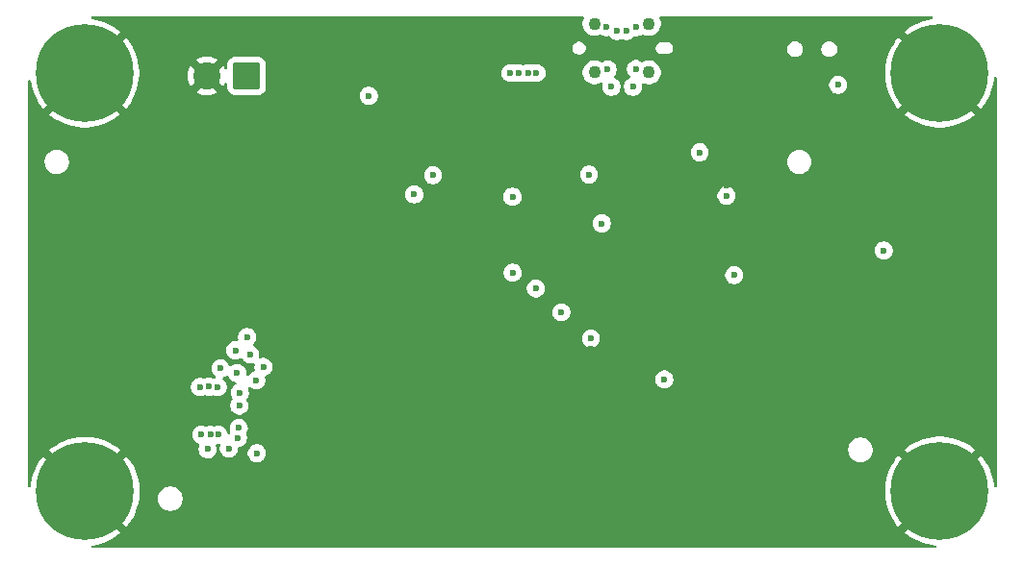
<source format=gbr>
%TF.GenerationSoftware,KiCad,Pcbnew,9.0.1*%
%TF.CreationDate,2025-04-29T02:16:07+02:00*%
%TF.ProjectId,phil-lab-11,7068696c-2d6c-4616-922d-31312e6b6963,rev?*%
%TF.SameCoordinates,Original*%
%TF.FileFunction,Copper,L2,Inr*%
%TF.FilePolarity,Positive*%
%FSLAX46Y46*%
G04 Gerber Fmt 4.6, Leading zero omitted, Abs format (unit mm)*
G04 Created by KiCad (PCBNEW 9.0.1) date 2025-04-29 02:16:07*
%MOMM*%
%LPD*%
G01*
G04 APERTURE LIST*
G04 Aperture macros list*
%AMRoundRect*
0 Rectangle with rounded corners*
0 $1 Rounding radius*
0 $2 $3 $4 $5 $6 $7 $8 $9 X,Y pos of 4 corners*
0 Add a 4 corners polygon primitive as box body*
4,1,4,$2,$3,$4,$5,$6,$7,$8,$9,$2,$3,0*
0 Add four circle primitives for the rounded corners*
1,1,$1+$1,$2,$3*
1,1,$1+$1,$4,$5*
1,1,$1+$1,$6,$7*
1,1,$1+$1,$8,$9*
0 Add four rect primitives between the rounded corners*
20,1,$1+$1,$2,$3,$4,$5,0*
20,1,$1+$1,$4,$5,$6,$7,0*
20,1,$1+$1,$6,$7,$8,$9,0*
20,1,$1+$1,$8,$9,$2,$3,0*%
G04 Aperture macros list end*
%TA.AperFunction,HeatsinkPad*%
%ADD10C,1.100000*%
%TD*%
%TA.AperFunction,ComponentPad*%
%ADD11RoundRect,0.250001X0.949999X0.949999X-0.949999X0.949999X-0.949999X-0.949999X0.949999X-0.949999X0*%
%TD*%
%TA.AperFunction,ComponentPad*%
%ADD12C,2.400000*%
%TD*%
%TA.AperFunction,ComponentPad*%
%ADD13C,0.900000*%
%TD*%
%TA.AperFunction,ComponentPad*%
%ADD14C,8.600000*%
%TD*%
%TA.AperFunction,ViaPad*%
%ADD15C,0.600000*%
%TD*%
G04 APERTURE END LIST*
D10*
%TO.N,unconnected-(P1-SHIELD-PadS1)_3*%
%TO.C,P1*%
X74650000Y-24700000D03*
%TO.N,unconnected-(P1-SHIELD-PadS1)_2*%
X74650000Y-20400000D03*
%TO.N,unconnected-(P1-SHIELD-PadS1)_1*%
X69850000Y-24700000D03*
%TO.N,unconnected-(P1-SHIELD-PadS1)*%
X69850000Y-20400000D03*
%TD*%
D11*
%TO.N,+12V*%
%TO.C,J1*%
X39250000Y-25000000D03*
D12*
%TO.N,GND*%
X35750000Y-25000000D03*
%TD*%
D13*
%TO.N,GND*%
%TO.C,H3*%
X21800000Y-61610913D03*
X22744581Y-59330494D03*
X22744581Y-63891332D03*
X25025000Y-58385913D03*
D14*
X25025000Y-61610913D03*
D13*
X25025000Y-64835913D03*
X27305419Y-59330494D03*
X27305419Y-63891332D03*
X28250000Y-61610913D03*
%TD*%
%TO.N,GND*%
%TO.C,H2*%
X96994581Y-24750000D03*
X97939162Y-22469581D03*
X97939162Y-27030419D03*
X100219581Y-21525000D03*
D14*
X100219581Y-24750000D03*
D13*
X100219581Y-27975000D03*
X102500000Y-22469581D03*
X102500000Y-27030419D03*
X103444581Y-24750000D03*
%TD*%
%TO.N,GND*%
%TO.C,H4*%
X96994581Y-61580494D03*
X97939162Y-59300075D03*
X97939162Y-63860913D03*
X100219581Y-58355494D03*
D14*
X100219581Y-61580494D03*
D13*
X100219581Y-64805494D03*
X102500000Y-59300075D03*
X102500000Y-63860913D03*
X103444581Y-61580494D03*
%TD*%
%TO.N,GND*%
%TO.C,H1*%
X21775000Y-24750000D03*
X22719581Y-22469581D03*
X22719581Y-27030419D03*
X25000000Y-21525000D03*
D14*
X25000000Y-24750000D03*
D13*
X25000000Y-27975000D03*
X27280419Y-22469581D03*
X27280419Y-27030419D03*
X28225000Y-24750000D03*
%TD*%
D15*
%TO.N,+5V*%
X62450000Y-24750000D03*
X63200000Y-24750000D03*
X64000000Y-24750000D03*
X64750000Y-24750000D03*
X71000000Y-24450000D03*
X73500000Y-24400000D03*
X73550000Y-20700000D03*
X70900000Y-20700000D03*
%TO.N,GND*%
X68650000Y-23750000D03*
X68750000Y-21250000D03*
X75850000Y-21300000D03*
%TO.N,USB_CONN_D-*%
X73250000Y-25950000D03*
X72650000Y-21050000D03*
%TO.N,USB_CONN_D+*%
X71350000Y-25950000D03*
X71850000Y-21050000D03*
%TO.N,GND*%
X72800000Y-28162500D03*
%TO.N,NRST*%
X55650000Y-33750000D03*
%TO.N,GND*%
X50000000Y-31850000D03*
X50000000Y-28000000D03*
%TO.N,+3.3V*%
X76000000Y-51750000D03*
%TO.N,GND*%
X35500000Y-30500000D03*
X35250000Y-47250000D03*
X43390000Y-50730000D03*
X43040000Y-51860000D03*
X44460000Y-49620000D03*
X44530000Y-58100000D03*
X75130000Y-48120000D03*
X85000000Y-37090000D03*
X24610000Y-45000000D03*
X66040000Y-44100000D03*
X51000000Y-42550000D03*
X24250000Y-48680000D03*
X69200000Y-56070000D03*
X50000000Y-29300000D03*
X69540000Y-49060000D03*
X34700000Y-43530000D03*
X44400000Y-56940000D03*
X43000000Y-58090000D03*
X24590000Y-47490000D03*
X24550000Y-49810000D03*
X68370000Y-33720000D03*
X44400000Y-51360000D03*
X98300000Y-33330000D03*
X44410000Y-55840000D03*
X24610000Y-46750000D03*
X24610000Y-46050000D03*
X85790000Y-24940000D03*
X68640000Y-31380000D03*
X24530000Y-50670000D03*
X100770000Y-44040000D03*
X82160000Y-45120000D03*
X35610000Y-43560000D03*
X75850000Y-23850000D03*
X44440000Y-53990000D03*
X44430000Y-52870000D03*
X86340000Y-44820000D03*
X81500000Y-34620000D03*
%TO.N,+3.3V*%
X82150000Y-42560000D03*
X38650000Y-52920000D03*
X54000000Y-35450000D03*
X38490000Y-56880000D03*
X69370000Y-33700000D03*
X39570000Y-49550000D03*
X40150000Y-58250000D03*
X39280000Y-48010000D03*
X36710000Y-52400000D03*
X35270000Y-56610000D03*
X62650000Y-42340000D03*
X66930000Y-45830000D03*
X38560000Y-56030000D03*
X91290000Y-25790000D03*
X38610000Y-54050000D03*
X81470000Y-35550000D03*
X62640000Y-35650000D03*
X50000000Y-26750000D03*
X35150000Y-52400000D03*
X95300000Y-40380000D03*
X40730000Y-50650000D03*
X36950000Y-50780000D03*
X36070000Y-56610000D03*
X36770000Y-56610000D03*
X38420000Y-51190000D03*
X69540000Y-48130000D03*
X35960000Y-52390000D03*
X37700000Y-57850000D03*
X40100000Y-51830000D03*
X35820000Y-57890000D03*
X38260000Y-49180000D03*
%TO.N,Net-(SW1-B)*%
X64700000Y-43720000D03*
X79110000Y-31740000D03*
%TO.N,NRST*%
X70500000Y-38000000D03*
%TD*%
%TA.AperFunction,Conductor*%
%TO.N,GND*%
G36*
X68827870Y-19759740D02*
G01*
X68859674Y-19767858D01*
X68861239Y-19769539D01*
X68863439Y-19770185D01*
X68884912Y-19794967D01*
X68907284Y-19818996D01*
X68907691Y-19821255D01*
X68909194Y-19822989D01*
X68913864Y-19855468D01*
X68919689Y-19887755D01*
X68918932Y-19890718D01*
X68919138Y-19892147D01*
X68910961Y-19921950D01*
X68882522Y-19990609D01*
X68839870Y-20093579D01*
X68839868Y-20093587D01*
X68799500Y-20296530D01*
X68799500Y-20503469D01*
X68819755Y-20605295D01*
X68839870Y-20706420D01*
X68919059Y-20897598D01*
X68946239Y-20938276D01*
X69034024Y-21069657D01*
X69180342Y-21215975D01*
X69180345Y-21215977D01*
X69352402Y-21330941D01*
X69543580Y-21410130D01*
X69716924Y-21444610D01*
X69746530Y-21450499D01*
X69746534Y-21450500D01*
X69746535Y-21450500D01*
X69953466Y-21450500D01*
X69953467Y-21450499D01*
X70156420Y-21410130D01*
X70320818Y-21342033D01*
X70390284Y-21334565D01*
X70437159Y-21353493D01*
X70520814Y-21409390D01*
X70520827Y-21409397D01*
X70620060Y-21450500D01*
X70666503Y-21469737D01*
X70821153Y-21500499D01*
X70821156Y-21500500D01*
X70821158Y-21500500D01*
X70978844Y-21500500D01*
X71057602Y-21484833D01*
X71082429Y-21479895D01*
X71152021Y-21486122D01*
X71207198Y-21528985D01*
X71209722Y-21532620D01*
X71228208Y-21560286D01*
X71228213Y-21560292D01*
X71339707Y-21671786D01*
X71339711Y-21671789D01*
X71470814Y-21759390D01*
X71470827Y-21759397D01*
X71606916Y-21815766D01*
X71616503Y-21819737D01*
X71771153Y-21850499D01*
X71771156Y-21850500D01*
X71771158Y-21850500D01*
X71928844Y-21850500D01*
X71928845Y-21850499D01*
X72083497Y-21819737D01*
X72202548Y-21770425D01*
X72272017Y-21762956D01*
X72297453Y-21770425D01*
X72416503Y-21819737D01*
X72571153Y-21850499D01*
X72571156Y-21850500D01*
X72571158Y-21850500D01*
X72728844Y-21850500D01*
X72728845Y-21850499D01*
X72883497Y-21819737D01*
X73029179Y-21759394D01*
X73160289Y-21671789D01*
X73271789Y-21560289D01*
X73284409Y-21541401D01*
X73338016Y-21496596D01*
X73407340Y-21487886D01*
X73411672Y-21488667D01*
X73451532Y-21496596D01*
X73471157Y-21500500D01*
X73471158Y-21500500D01*
X73628844Y-21500500D01*
X73628845Y-21500499D01*
X73783497Y-21469737D01*
X73929179Y-21409394D01*
X74031976Y-21340706D01*
X74098651Y-21319830D01*
X74148318Y-21329249D01*
X74152400Y-21330940D01*
X74152402Y-21330941D01*
X74343580Y-21410130D01*
X74516924Y-21444610D01*
X74546530Y-21450499D01*
X74546534Y-21450500D01*
X74546535Y-21450500D01*
X74753466Y-21450500D01*
X74753467Y-21450499D01*
X74956420Y-21410130D01*
X75147598Y-21330941D01*
X75319655Y-21215977D01*
X75465977Y-21069655D01*
X75580941Y-20897598D01*
X75660130Y-20706420D01*
X75700500Y-20503465D01*
X75700500Y-20296535D01*
X75660130Y-20093580D01*
X75589038Y-19921951D01*
X75581570Y-19852484D01*
X75612845Y-19790004D01*
X75672934Y-19754352D01*
X75703600Y-19750500D01*
X99513730Y-19750500D01*
X99580769Y-19770185D01*
X99626524Y-19822989D01*
X99636468Y-19892147D01*
X99607443Y-19955703D01*
X99548665Y-19993477D01*
X99535263Y-19996616D01*
X99179686Y-20059314D01*
X99179673Y-20059317D01*
X98774828Y-20167793D01*
X98380941Y-20311157D01*
X98380933Y-20311160D01*
X98001085Y-20488287D01*
X98001069Y-20488295D01*
X97638094Y-20697859D01*
X97638068Y-20697875D01*
X97294740Y-20938276D01*
X97100867Y-21100955D01*
X97100866Y-21100956D01*
X98986257Y-22986346D01*
X98798946Y-23130076D01*
X98599657Y-23329365D01*
X98455928Y-23516676D01*
X96570537Y-21631285D01*
X96570536Y-21631286D01*
X96407857Y-21825159D01*
X96167456Y-22168487D01*
X96167440Y-22168513D01*
X95957876Y-22531488D01*
X95957868Y-22531504D01*
X95780741Y-22911352D01*
X95780738Y-22911360D01*
X95637374Y-23305247D01*
X95528898Y-23710092D01*
X95528895Y-23710105D01*
X95456112Y-24122874D01*
X95419581Y-24540423D01*
X95419581Y-24959576D01*
X95456112Y-25377125D01*
X95528895Y-25789894D01*
X95528898Y-25789907D01*
X95637374Y-26194752D01*
X95780738Y-26588639D01*
X95780741Y-26588647D01*
X95957868Y-26968495D01*
X95957876Y-26968511D01*
X96167440Y-27331486D01*
X96167456Y-27331512D01*
X96407857Y-27674840D01*
X96570536Y-27868712D01*
X96570537Y-27868713D01*
X98455927Y-25983322D01*
X98599657Y-26170635D01*
X98798946Y-26369924D01*
X98986257Y-26513652D01*
X97100866Y-28399042D01*
X97100867Y-28399043D01*
X97294740Y-28561723D01*
X97638068Y-28802124D01*
X97638094Y-28802140D01*
X98001069Y-29011704D01*
X98001085Y-29011712D01*
X98380933Y-29188839D01*
X98380941Y-29188842D01*
X98774828Y-29332206D01*
X99179673Y-29440682D01*
X99179686Y-29440685D01*
X99592455Y-29513468D01*
X100010004Y-29549999D01*
X100010007Y-29550000D01*
X100429155Y-29550000D01*
X100429157Y-29549999D01*
X100846706Y-29513468D01*
X101259475Y-29440685D01*
X101259488Y-29440682D01*
X101664333Y-29332206D01*
X102058220Y-29188842D01*
X102058228Y-29188839D01*
X102438076Y-29011712D01*
X102438092Y-29011704D01*
X102801067Y-28802140D01*
X102801093Y-28802124D01*
X103144413Y-28561729D01*
X103144414Y-28561727D01*
X103338293Y-28399043D01*
X103338294Y-28399042D01*
X101452904Y-26513653D01*
X101640216Y-26369924D01*
X101839505Y-26170635D01*
X101983234Y-25983323D01*
X103868623Y-27868713D01*
X103868624Y-27868712D01*
X104031308Y-27674833D01*
X104031310Y-27674832D01*
X104271705Y-27331512D01*
X104271721Y-27331486D01*
X104481285Y-26968511D01*
X104481293Y-26968495D01*
X104658420Y-26588647D01*
X104658423Y-26588639D01*
X104801787Y-26194752D01*
X104910263Y-25789907D01*
X104910266Y-25789894D01*
X104983049Y-25377125D01*
X105001972Y-25160844D01*
X105027424Y-25095775D01*
X105084015Y-25054796D01*
X105153777Y-25050918D01*
X105214561Y-25085372D01*
X105247069Y-25147219D01*
X105249500Y-25171651D01*
X105249500Y-61158842D01*
X105229815Y-61225881D01*
X105177011Y-61271636D01*
X105107853Y-61281580D01*
X105044297Y-61252555D01*
X105006523Y-61193777D01*
X105001972Y-61169649D01*
X104983049Y-60953368D01*
X104910266Y-60540599D01*
X104910263Y-60540586D01*
X104801787Y-60135741D01*
X104658423Y-59741854D01*
X104658420Y-59741846D01*
X104481293Y-59361998D01*
X104481285Y-59361982D01*
X104271721Y-58999007D01*
X104271705Y-58998981D01*
X104031304Y-58655653D01*
X103868624Y-58461780D01*
X103868623Y-58461779D01*
X101983233Y-60347170D01*
X101839505Y-60159859D01*
X101640216Y-59960570D01*
X101452903Y-59816840D01*
X103338294Y-57931450D01*
X103338293Y-57931449D01*
X103144421Y-57768770D01*
X102801093Y-57528369D01*
X102801067Y-57528353D01*
X102438092Y-57318789D01*
X102438076Y-57318781D01*
X102058228Y-57141654D01*
X102058220Y-57141651D01*
X101664333Y-56998287D01*
X101259488Y-56889811D01*
X101259475Y-56889808D01*
X100846706Y-56817025D01*
X100429157Y-56780494D01*
X100010004Y-56780494D01*
X99592455Y-56817025D01*
X99179686Y-56889808D01*
X99179673Y-56889811D01*
X98774828Y-56998287D01*
X98380941Y-57141651D01*
X98380933Y-57141654D01*
X98001085Y-57318781D01*
X98001069Y-57318789D01*
X97638094Y-57528353D01*
X97638068Y-57528369D01*
X97294740Y-57768770D01*
X97100867Y-57931449D01*
X97100866Y-57931450D01*
X98986257Y-59816841D01*
X98798946Y-59960570D01*
X98599657Y-60159859D01*
X98455928Y-60347170D01*
X96570537Y-58461779D01*
X96570536Y-58461780D01*
X96407857Y-58655653D01*
X96167456Y-58998981D01*
X96167440Y-58999007D01*
X95957876Y-59361982D01*
X95957868Y-59361998D01*
X95780741Y-59741846D01*
X95780738Y-59741854D01*
X95637374Y-60135741D01*
X95528898Y-60540586D01*
X95528895Y-60540599D01*
X95456112Y-60953368D01*
X95419581Y-61370917D01*
X95419581Y-61790070D01*
X95456112Y-62207619D01*
X95528895Y-62620388D01*
X95528898Y-62620401D01*
X95637374Y-63025246D01*
X95780738Y-63419133D01*
X95780741Y-63419141D01*
X95957868Y-63798989D01*
X95957876Y-63799005D01*
X96167440Y-64161980D01*
X96167456Y-64162006D01*
X96407857Y-64505334D01*
X96570536Y-64699206D01*
X96570537Y-64699207D01*
X98455927Y-62813816D01*
X98599657Y-63001129D01*
X98798946Y-63200418D01*
X98986257Y-63344146D01*
X97100866Y-65229536D01*
X97100867Y-65229537D01*
X97294740Y-65392217D01*
X97638068Y-65632618D01*
X97638094Y-65632634D01*
X98001069Y-65842198D01*
X98001085Y-65842206D01*
X98380933Y-66019333D01*
X98380941Y-66019336D01*
X98774828Y-66162700D01*
X99179673Y-66271176D01*
X99179686Y-66271179D01*
X99592455Y-66343962D01*
X99808736Y-66362885D01*
X99873805Y-66388337D01*
X99914784Y-66444928D01*
X99918662Y-66514690D01*
X99884208Y-66575474D01*
X99822361Y-66607982D01*
X99797929Y-66610413D01*
X25730851Y-66610413D01*
X25663812Y-66590728D01*
X25618057Y-66537924D01*
X25608113Y-66468766D01*
X25637138Y-66405210D01*
X25695916Y-66367436D01*
X25709318Y-66364297D01*
X26064894Y-66301598D01*
X26064907Y-66301595D01*
X26469752Y-66193119D01*
X26863639Y-66049755D01*
X26863647Y-66049752D01*
X27243495Y-65872625D01*
X27243511Y-65872617D01*
X27606486Y-65663053D01*
X27606512Y-65663037D01*
X27949832Y-65422642D01*
X27949833Y-65422640D01*
X28143712Y-65259956D01*
X28143713Y-65259955D01*
X26258323Y-63374566D01*
X26445635Y-63230837D01*
X26644924Y-63031548D01*
X26788653Y-62844236D01*
X28674042Y-64729626D01*
X28674043Y-64729625D01*
X28836727Y-64535746D01*
X28836729Y-64535745D01*
X29077124Y-64192425D01*
X29077140Y-64192399D01*
X29286704Y-63829424D01*
X29286712Y-63829408D01*
X29463839Y-63449560D01*
X29463842Y-63449552D01*
X29607206Y-63055665D01*
X29715682Y-62650820D01*
X29715685Y-62650807D01*
X29788468Y-62238038D01*
X29794835Y-62165272D01*
X31449500Y-62165272D01*
X31449500Y-62334727D01*
X31476007Y-62502082D01*
X31528366Y-62663230D01*
X31528367Y-62663233D01*
X31602106Y-62807952D01*
X31605294Y-62814209D01*
X31704892Y-62951293D01*
X31824707Y-63071108D01*
X31961791Y-63170706D01*
X32020104Y-63200418D01*
X32112766Y-63247632D01*
X32112769Y-63247633D01*
X32193343Y-63273812D01*
X32273919Y-63299993D01*
X32351429Y-63312269D01*
X32441273Y-63326500D01*
X32441278Y-63326500D01*
X32610727Y-63326500D01*
X32691858Y-63313649D01*
X32778081Y-63299993D01*
X32939233Y-63247632D01*
X33090209Y-63170706D01*
X33227293Y-63071108D01*
X33347108Y-62951293D01*
X33446706Y-62814209D01*
X33523632Y-62663233D01*
X33575993Y-62502081D01*
X33589649Y-62415858D01*
X33602500Y-62334727D01*
X33602500Y-62165272D01*
X33580087Y-62023768D01*
X33575993Y-61997919D01*
X33536405Y-61876078D01*
X33523633Y-61836769D01*
X33523632Y-61836766D01*
X33446705Y-61685790D01*
X33392304Y-61610914D01*
X33347108Y-61548707D01*
X33227293Y-61428892D01*
X33090209Y-61329294D01*
X32939233Y-61252367D01*
X32939230Y-61252366D01*
X32778082Y-61200007D01*
X32610727Y-61173500D01*
X32610722Y-61173500D01*
X32441278Y-61173500D01*
X32441273Y-61173500D01*
X32273917Y-61200007D01*
X32112769Y-61252366D01*
X32112766Y-61252367D01*
X31961790Y-61329294D01*
X31824705Y-61428893D01*
X31704893Y-61548705D01*
X31605294Y-61685790D01*
X31528367Y-61836766D01*
X31528366Y-61836769D01*
X31476007Y-61997917D01*
X31449500Y-62165272D01*
X29794835Y-62165272D01*
X29796206Y-62149599D01*
X29796206Y-62149598D01*
X29824999Y-61820487D01*
X29825000Y-61820487D01*
X29825000Y-61401339D01*
X29824999Y-61401336D01*
X29788468Y-60983787D01*
X29715685Y-60571018D01*
X29715682Y-60571005D01*
X29607206Y-60166160D01*
X29463842Y-59772273D01*
X29463839Y-59772265D01*
X29286712Y-59392417D01*
X29286704Y-59392401D01*
X29077140Y-59029426D01*
X29077124Y-59029400D01*
X28836723Y-58686072D01*
X28674043Y-58492199D01*
X28674042Y-58492198D01*
X26788652Y-60377588D01*
X26644924Y-60190278D01*
X26445635Y-59990989D01*
X26258322Y-59847259D01*
X28143713Y-57961869D01*
X28143712Y-57961868D01*
X27949840Y-57799189D01*
X27606512Y-57558788D01*
X27606486Y-57558772D01*
X27243511Y-57349208D01*
X27243495Y-57349200D01*
X26863647Y-57172073D01*
X26863639Y-57172070D01*
X26469752Y-57028706D01*
X26064907Y-56920230D01*
X26064894Y-56920227D01*
X25652125Y-56847444D01*
X25234576Y-56810913D01*
X24815423Y-56810913D01*
X24397874Y-56847444D01*
X23985105Y-56920227D01*
X23985092Y-56920230D01*
X23580247Y-57028706D01*
X23186360Y-57172070D01*
X23186352Y-57172073D01*
X22806504Y-57349200D01*
X22806488Y-57349208D01*
X22443513Y-57558772D01*
X22443487Y-57558788D01*
X22100159Y-57799189D01*
X21906286Y-57961868D01*
X21906285Y-57961869D01*
X23791676Y-59847260D01*
X23604365Y-59990989D01*
X23405076Y-60190278D01*
X23261346Y-60377589D01*
X21375956Y-58492198D01*
X21375955Y-58492199D01*
X21213276Y-58686072D01*
X20972875Y-59029400D01*
X20972859Y-59029426D01*
X20763295Y-59392401D01*
X20763287Y-59392417D01*
X20586160Y-59772265D01*
X20586157Y-59772273D01*
X20442793Y-60166160D01*
X20334317Y-60571005D01*
X20334314Y-60571018D01*
X20261531Y-60983787D01*
X20248028Y-61138129D01*
X20222576Y-61203198D01*
X20165985Y-61244177D01*
X20096223Y-61248055D01*
X20035439Y-61213601D01*
X20002931Y-61151754D01*
X20000500Y-61127322D01*
X20000500Y-56531153D01*
X34469500Y-56531153D01*
X34469500Y-56688846D01*
X34500261Y-56843489D01*
X34500264Y-56843501D01*
X34560602Y-56989172D01*
X34560609Y-56989185D01*
X34648210Y-57120288D01*
X34648213Y-57120292D01*
X34759707Y-57231786D01*
X34759711Y-57231789D01*
X34890814Y-57319390D01*
X34890827Y-57319397D01*
X35031537Y-57377680D01*
X35085941Y-57421520D01*
X35108006Y-57487814D01*
X35098646Y-57539693D01*
X35050264Y-57656498D01*
X35050261Y-57656510D01*
X35019500Y-57811153D01*
X35019500Y-57968846D01*
X35050261Y-58123489D01*
X35050264Y-58123501D01*
X35110602Y-58269172D01*
X35110609Y-58269185D01*
X35198210Y-58400288D01*
X35198213Y-58400292D01*
X35309707Y-58511786D01*
X35309711Y-58511789D01*
X35440814Y-58599390D01*
X35440827Y-58599397D01*
X35576643Y-58655653D01*
X35586503Y-58659737D01*
X35718897Y-58686072D01*
X35741153Y-58690499D01*
X35741156Y-58690500D01*
X35741158Y-58690500D01*
X35898844Y-58690500D01*
X35898845Y-58690499D01*
X36053497Y-58659737D01*
X36199179Y-58599394D01*
X36330289Y-58511789D01*
X36441789Y-58400289D01*
X36529394Y-58269179D01*
X36589737Y-58123497D01*
X36620500Y-57968842D01*
X36620500Y-57811158D01*
X36620500Y-57811155D01*
X36620499Y-57811153D01*
X36606287Y-57739707D01*
X36589737Y-57656503D01*
X36558360Y-57580753D01*
X36550892Y-57511285D01*
X36582167Y-57448806D01*
X36642256Y-57413154D01*
X36673868Y-57409306D01*
X36685605Y-57409395D01*
X36691158Y-57410500D01*
X36830434Y-57410500D01*
X36830959Y-57410504D01*
X36863975Y-57420472D01*
X36897052Y-57430185D01*
X36897373Y-57430556D01*
X36897846Y-57430699D01*
X36920281Y-57456993D01*
X36942807Y-57482989D01*
X36942876Y-57483474D01*
X36943197Y-57483850D01*
X36947849Y-57518056D01*
X36952751Y-57552147D01*
X36952573Y-57552793D01*
X36952613Y-57553083D01*
X36952324Y-57553703D01*
X36944574Y-57581952D01*
X36930264Y-57616498D01*
X36930261Y-57616510D01*
X36899500Y-57771153D01*
X36899500Y-57928846D01*
X36930261Y-58083489D01*
X36930264Y-58083501D01*
X36990602Y-58229172D01*
X36990609Y-58229185D01*
X37078210Y-58360288D01*
X37078213Y-58360292D01*
X37189707Y-58471786D01*
X37189711Y-58471789D01*
X37320814Y-58559390D01*
X37320827Y-58559397D01*
X37466498Y-58619735D01*
X37466503Y-58619737D01*
X37621153Y-58650499D01*
X37621156Y-58650500D01*
X37621158Y-58650500D01*
X37778844Y-58650500D01*
X37778845Y-58650499D01*
X37933497Y-58619737D01*
X38079179Y-58559394D01*
X38210289Y-58471789D01*
X38321789Y-58360289D01*
X38409394Y-58229179D01*
X38433429Y-58171153D01*
X39349500Y-58171153D01*
X39349500Y-58328846D01*
X39380261Y-58483489D01*
X39380264Y-58483501D01*
X39440602Y-58629172D01*
X39440609Y-58629185D01*
X39528210Y-58760288D01*
X39528213Y-58760292D01*
X39639707Y-58871786D01*
X39639711Y-58871789D01*
X39770814Y-58959390D01*
X39770827Y-58959397D01*
X39868836Y-58999993D01*
X39916503Y-59019737D01*
X40071153Y-59050499D01*
X40071156Y-59050500D01*
X40071158Y-59050500D01*
X40228844Y-59050500D01*
X40228845Y-59050499D01*
X40383497Y-59019737D01*
X40529179Y-58959394D01*
X40660289Y-58871789D01*
X40771789Y-58760289D01*
X40859394Y-58629179D01*
X40919737Y-58483497D01*
X40950500Y-58328842D01*
X40950500Y-58171158D01*
X40950500Y-58171155D01*
X40950499Y-58171153D01*
X40941020Y-58123501D01*
X40919737Y-58016503D01*
X40899997Y-57968846D01*
X40874736Y-57907858D01*
X40859395Y-57870824D01*
X40859394Y-57870821D01*
X40859392Y-57870818D01*
X40859390Y-57870814D01*
X40855687Y-57865272D01*
X92173500Y-57865272D01*
X92173500Y-58034727D01*
X92200007Y-58202082D01*
X92252366Y-58363230D01*
X92252367Y-58363233D01*
X92318079Y-58492198D01*
X92329294Y-58514209D01*
X92428892Y-58651293D01*
X92548707Y-58771108D01*
X92685791Y-58870706D01*
X92687917Y-58871789D01*
X92836766Y-58947632D01*
X92836769Y-58947633D01*
X92872976Y-58959397D01*
X92997919Y-58999993D01*
X93075429Y-59012269D01*
X93165273Y-59026500D01*
X93165278Y-59026500D01*
X93334727Y-59026500D01*
X93415858Y-59013649D01*
X93502081Y-58999993D01*
X93663233Y-58947632D01*
X93814209Y-58870706D01*
X93951293Y-58771108D01*
X94071108Y-58651293D01*
X94170706Y-58514209D01*
X94247632Y-58363233D01*
X94299993Y-58202081D01*
X94318776Y-58083489D01*
X94326500Y-58034727D01*
X94326500Y-57865272D01*
X94306612Y-57739711D01*
X94299993Y-57697919D01*
X94264732Y-57589397D01*
X94247633Y-57536769D01*
X94247632Y-57536766D01*
X94172999Y-57390292D01*
X94170706Y-57385791D01*
X94071108Y-57248707D01*
X93951293Y-57128892D01*
X93814209Y-57029294D01*
X93813055Y-57028706D01*
X93663233Y-56952367D01*
X93663230Y-56952366D01*
X93502082Y-56900007D01*
X93334727Y-56873500D01*
X93334722Y-56873500D01*
X93165278Y-56873500D01*
X93165273Y-56873500D01*
X92997917Y-56900007D01*
X92836769Y-56952366D01*
X92836766Y-56952367D01*
X92685790Y-57029294D01*
X92548705Y-57128893D01*
X92428893Y-57248705D01*
X92329294Y-57385790D01*
X92252367Y-57536766D01*
X92252366Y-57536769D01*
X92200007Y-57697917D01*
X92173500Y-57865272D01*
X40855687Y-57865272D01*
X40771789Y-57739711D01*
X40771786Y-57739707D01*
X40660292Y-57628213D01*
X40660288Y-57628210D01*
X40529185Y-57540609D01*
X40529172Y-57540602D01*
X40383501Y-57480264D01*
X40383489Y-57480261D01*
X40228845Y-57449500D01*
X40228842Y-57449500D01*
X40071158Y-57449500D01*
X40071155Y-57449500D01*
X39916510Y-57480261D01*
X39916498Y-57480264D01*
X39770827Y-57540602D01*
X39770814Y-57540609D01*
X39639711Y-57628210D01*
X39639707Y-57628213D01*
X39528213Y-57739707D01*
X39528210Y-57739711D01*
X39440609Y-57870814D01*
X39440602Y-57870827D01*
X39380264Y-58016498D01*
X39380261Y-58016510D01*
X39349500Y-58171153D01*
X38433429Y-58171153D01*
X38453172Y-58123489D01*
X38455603Y-58117621D01*
X38455605Y-58117614D01*
X38469737Y-58083497D01*
X38500500Y-57928842D01*
X38500500Y-57795858D01*
X38520185Y-57728819D01*
X38572989Y-57683064D01*
X38600309Y-57674241D01*
X38633461Y-57667646D01*
X38723497Y-57649737D01*
X38869179Y-57589394D01*
X39000289Y-57501789D01*
X39111789Y-57390289D01*
X39199394Y-57259179D01*
X39203733Y-57248705D01*
X39256922Y-57120292D01*
X39259737Y-57113497D01*
X39290500Y-56958842D01*
X39290500Y-56801158D01*
X39290500Y-56801155D01*
X39290499Y-56801153D01*
X39286390Y-56780494D01*
X39259737Y-56646503D01*
X39228111Y-56570153D01*
X39220643Y-56500686D01*
X39239571Y-56453811D01*
X39269394Y-56409179D01*
X39329737Y-56263497D01*
X39360500Y-56108842D01*
X39360500Y-55951158D01*
X39360500Y-55951155D01*
X39360499Y-55951153D01*
X39350445Y-55900609D01*
X39329737Y-55796503D01*
X39329735Y-55796498D01*
X39269397Y-55650827D01*
X39269390Y-55650814D01*
X39181789Y-55519711D01*
X39181786Y-55519707D01*
X39070292Y-55408213D01*
X39070288Y-55408210D01*
X38939185Y-55320609D01*
X38939172Y-55320602D01*
X38793501Y-55260264D01*
X38793489Y-55260261D01*
X38638845Y-55229500D01*
X38638842Y-55229500D01*
X38481158Y-55229500D01*
X38481155Y-55229500D01*
X38326510Y-55260261D01*
X38326498Y-55260264D01*
X38180827Y-55320602D01*
X38180814Y-55320609D01*
X38049711Y-55408210D01*
X38049707Y-55408213D01*
X37938213Y-55519707D01*
X37938210Y-55519711D01*
X37850609Y-55650814D01*
X37850602Y-55650827D01*
X37790264Y-55796498D01*
X37790261Y-55796510D01*
X37759500Y-55951153D01*
X37759500Y-56108846D01*
X37790261Y-56263489D01*
X37790263Y-56263497D01*
X37821887Y-56339844D01*
X37822735Y-56347736D01*
X37826908Y-56354491D01*
X37826417Y-56381980D01*
X37829356Y-56409314D01*
X37825770Y-56418192D01*
X37825661Y-56424349D01*
X37810429Y-56456187D01*
X37780366Y-56501180D01*
X37726754Y-56545986D01*
X37657429Y-56554693D01*
X37594401Y-56524539D01*
X37557681Y-56465096D01*
X37555646Y-56456481D01*
X37549032Y-56423234D01*
X37539737Y-56376503D01*
X37539735Y-56376498D01*
X37479397Y-56230827D01*
X37479390Y-56230814D01*
X37391789Y-56099711D01*
X37391786Y-56099707D01*
X37280292Y-55988213D01*
X37280288Y-55988210D01*
X37149185Y-55900609D01*
X37149172Y-55900602D01*
X37003501Y-55840264D01*
X37003489Y-55840261D01*
X36848845Y-55809500D01*
X36848842Y-55809500D01*
X36691158Y-55809500D01*
X36691155Y-55809500D01*
X36536511Y-55840260D01*
X36536506Y-55840262D01*
X36536504Y-55840262D01*
X36536503Y-55840263D01*
X36467449Y-55868865D01*
X36397982Y-55876333D01*
X36372552Y-55868865D01*
X36303497Y-55840263D01*
X36303493Y-55840262D01*
X36303488Y-55840260D01*
X36148845Y-55809500D01*
X36148842Y-55809500D01*
X35991158Y-55809500D01*
X35991155Y-55809500D01*
X35836510Y-55840261D01*
X35836498Y-55840264D01*
X35717452Y-55889574D01*
X35647982Y-55897043D01*
X35622548Y-55889574D01*
X35503501Y-55840264D01*
X35503489Y-55840261D01*
X35348845Y-55809500D01*
X35348842Y-55809500D01*
X35191158Y-55809500D01*
X35191155Y-55809500D01*
X35036510Y-55840261D01*
X35036498Y-55840264D01*
X34890827Y-55900602D01*
X34890814Y-55900609D01*
X34759711Y-55988210D01*
X34759707Y-55988213D01*
X34648213Y-56099707D01*
X34648210Y-56099711D01*
X34560609Y-56230814D01*
X34560602Y-56230827D01*
X34500264Y-56376498D01*
X34500261Y-56376510D01*
X34469500Y-56531153D01*
X20000500Y-56531153D01*
X20000500Y-52321153D01*
X34349500Y-52321153D01*
X34349500Y-52478846D01*
X34380261Y-52633489D01*
X34380264Y-52633501D01*
X34440602Y-52779172D01*
X34440609Y-52779185D01*
X34528210Y-52910288D01*
X34528213Y-52910292D01*
X34639707Y-53021786D01*
X34639711Y-53021789D01*
X34770814Y-53109390D01*
X34770827Y-53109397D01*
X34892363Y-53159738D01*
X34916503Y-53169737D01*
X35071153Y-53200499D01*
X35071156Y-53200500D01*
X35071158Y-53200500D01*
X35228844Y-53200500D01*
X35228845Y-53200499D01*
X35383497Y-53169737D01*
X35519619Y-53113353D01*
X35589087Y-53105885D01*
X35614522Y-53113354D01*
X35726498Y-53159735D01*
X35726503Y-53159737D01*
X35881153Y-53190499D01*
X35881156Y-53190500D01*
X35881158Y-53190500D01*
X36038844Y-53190500D01*
X36038845Y-53190499D01*
X36193497Y-53159737D01*
X36275475Y-53125779D01*
X36344943Y-53118310D01*
X36370371Y-53125776D01*
X36476503Y-53169737D01*
X36631153Y-53200499D01*
X36631156Y-53200500D01*
X36631158Y-53200500D01*
X36788844Y-53200500D01*
X36788845Y-53200499D01*
X36943497Y-53169737D01*
X37089179Y-53109394D01*
X37220289Y-53021789D01*
X37331789Y-52910289D01*
X37419394Y-52779179D01*
X37479737Y-52633497D01*
X37510500Y-52478842D01*
X37510500Y-52321158D01*
X37510500Y-52321155D01*
X37510499Y-52321153D01*
X37505936Y-52298213D01*
X37479737Y-52166503D01*
X37466928Y-52135578D01*
X37419397Y-52020827D01*
X37419390Y-52020814D01*
X37331789Y-51889711D01*
X37331786Y-51889707D01*
X37220292Y-51778213D01*
X37220288Y-51778210D01*
X37188017Y-51756647D01*
X37143212Y-51703035D01*
X37134505Y-51633710D01*
X37164660Y-51570682D01*
X37209450Y-51538986D01*
X37329179Y-51489394D01*
X37460289Y-51401789D01*
X37460293Y-51401784D01*
X37464999Y-51397924D01*
X37466575Y-51399844D01*
X37518304Y-51371567D01*
X37587998Y-51376519D01*
X37643951Y-51418364D01*
X37659280Y-51445268D01*
X37710604Y-51569175D01*
X37710609Y-51569185D01*
X37798210Y-51700288D01*
X37798213Y-51700292D01*
X37909707Y-51811786D01*
X37909711Y-51811789D01*
X38040814Y-51899390D01*
X38040827Y-51899397D01*
X38186498Y-51959735D01*
X38186503Y-51959737D01*
X38217482Y-51965899D01*
X38251710Y-51972708D01*
X38313621Y-52005093D01*
X38348195Y-52065808D01*
X38344456Y-52135578D01*
X38303589Y-52192250D01*
X38274976Y-52208884D01*
X38270828Y-52210602D01*
X38270814Y-52210609D01*
X38139711Y-52298210D01*
X38139707Y-52298213D01*
X38028213Y-52409707D01*
X38028210Y-52409711D01*
X37940609Y-52540814D01*
X37940602Y-52540827D01*
X37880264Y-52686498D01*
X37880261Y-52686510D01*
X37849500Y-52841153D01*
X37849500Y-52998846D01*
X37880261Y-53153489D01*
X37880264Y-53153501D01*
X37940602Y-53299172D01*
X37940609Y-53299185D01*
X37999479Y-53387290D01*
X38020357Y-53453968D01*
X38001872Y-53521348D01*
X37991486Y-53534517D01*
X37992076Y-53535001D01*
X37988210Y-53539711D01*
X37900609Y-53670814D01*
X37900602Y-53670827D01*
X37840264Y-53816498D01*
X37840261Y-53816510D01*
X37809500Y-53971153D01*
X37809500Y-54128846D01*
X37840261Y-54283489D01*
X37840264Y-54283501D01*
X37900602Y-54429172D01*
X37900609Y-54429185D01*
X37988210Y-54560288D01*
X37988213Y-54560292D01*
X38099707Y-54671786D01*
X38099711Y-54671789D01*
X38230814Y-54759390D01*
X38230827Y-54759397D01*
X38376498Y-54819735D01*
X38376503Y-54819737D01*
X38531153Y-54850499D01*
X38531156Y-54850500D01*
X38531158Y-54850500D01*
X38688844Y-54850500D01*
X38688845Y-54850499D01*
X38843497Y-54819737D01*
X38989179Y-54759394D01*
X39120289Y-54671789D01*
X39231789Y-54560289D01*
X39319394Y-54429179D01*
X39379737Y-54283497D01*
X39410500Y-54128842D01*
X39410500Y-53971158D01*
X39410500Y-53971155D01*
X39410499Y-53971153D01*
X39379738Y-53816510D01*
X39379737Y-53816503D01*
X39379735Y-53816498D01*
X39319397Y-53670827D01*
X39319390Y-53670814D01*
X39260520Y-53582709D01*
X39239642Y-53516031D01*
X39258127Y-53448651D01*
X39268553Y-53435515D01*
X39267924Y-53434999D01*
X39271784Y-53430293D01*
X39271789Y-53430289D01*
X39359394Y-53299179D01*
X39419737Y-53153497D01*
X39450500Y-52998842D01*
X39450500Y-52841158D01*
X39450500Y-52841155D01*
X39450499Y-52841153D01*
X39438173Y-52779185D01*
X39419737Y-52686503D01*
X39372140Y-52571594D01*
X39364672Y-52502126D01*
X39395947Y-52439647D01*
X39456036Y-52403995D01*
X39525861Y-52406489D01*
X39574383Y-52436462D01*
X39589707Y-52451786D01*
X39589711Y-52451789D01*
X39720814Y-52539390D01*
X39720827Y-52539397D01*
X39866498Y-52599735D01*
X39866503Y-52599737D01*
X40021153Y-52630499D01*
X40021156Y-52630500D01*
X40021158Y-52630500D01*
X40178844Y-52630500D01*
X40178845Y-52630499D01*
X40333497Y-52599737D01*
X40452369Y-52550499D01*
X40479172Y-52539397D01*
X40479172Y-52539396D01*
X40479179Y-52539394D01*
X40610289Y-52451789D01*
X40721789Y-52340289D01*
X40809394Y-52209179D01*
X40869737Y-52063497D01*
X40900500Y-51908842D01*
X40900500Y-51751158D01*
X40900500Y-51751155D01*
X40900499Y-51751153D01*
X40888553Y-51691093D01*
X40888547Y-51691068D01*
X40884586Y-51671153D01*
X75199500Y-51671153D01*
X75199500Y-51828846D01*
X75230261Y-51983489D01*
X75230264Y-51983501D01*
X75290602Y-52129172D01*
X75290609Y-52129185D01*
X75378210Y-52260288D01*
X75378213Y-52260292D01*
X75489707Y-52371786D01*
X75489711Y-52371789D01*
X75620814Y-52459390D01*
X75620827Y-52459397D01*
X75766498Y-52519735D01*
X75766503Y-52519737D01*
X75921153Y-52550499D01*
X75921156Y-52550500D01*
X75921158Y-52550500D01*
X76078844Y-52550500D01*
X76078845Y-52550499D01*
X76233497Y-52519737D01*
X76379179Y-52459394D01*
X76510289Y-52371789D01*
X76621789Y-52260289D01*
X76709394Y-52129179D01*
X76769737Y-51983497D01*
X76800500Y-51828842D01*
X76800500Y-51671158D01*
X76800500Y-51671155D01*
X76800499Y-51671153D01*
X76777485Y-51555456D01*
X76769737Y-51516503D01*
X76758507Y-51489390D01*
X76709397Y-51370827D01*
X76709390Y-51370814D01*
X76621789Y-51239711D01*
X76621786Y-51239707D01*
X76510292Y-51128213D01*
X76510288Y-51128210D01*
X76379185Y-51040609D01*
X76379172Y-51040602D01*
X76233501Y-50980264D01*
X76233489Y-50980261D01*
X76078845Y-50949500D01*
X76078842Y-50949500D01*
X75921158Y-50949500D01*
X75921155Y-50949500D01*
X75766510Y-50980261D01*
X75766498Y-50980264D01*
X75620827Y-51040602D01*
X75620814Y-51040609D01*
X75489711Y-51128210D01*
X75489707Y-51128213D01*
X75378213Y-51239707D01*
X75378210Y-51239711D01*
X75290609Y-51370814D01*
X75290602Y-51370827D01*
X75230264Y-51516498D01*
X75230261Y-51516510D01*
X75199500Y-51671153D01*
X40884586Y-51671153D01*
X40869737Y-51596503D01*
X40863088Y-51580450D01*
X40860769Y-51570375D01*
X40862253Y-51545412D01*
X40859579Y-51520553D01*
X40864291Y-51511137D01*
X40864916Y-51500629D01*
X40879657Y-51480435D01*
X40890850Y-51458072D01*
X40899904Y-51452698D01*
X40906112Y-51444196D01*
X40929434Y-51435176D01*
X40950937Y-51422417D01*
X40957409Y-51420947D01*
X40963497Y-51419737D01*
X41109179Y-51359394D01*
X41240289Y-51271789D01*
X41351789Y-51160289D01*
X41439394Y-51029179D01*
X41499737Y-50883497D01*
X41530500Y-50728842D01*
X41530500Y-50571158D01*
X41530500Y-50571155D01*
X41530499Y-50571153D01*
X41521265Y-50524730D01*
X41499737Y-50416503D01*
X41493241Y-50400821D01*
X41439397Y-50270827D01*
X41439390Y-50270814D01*
X41351789Y-50139711D01*
X41351786Y-50139707D01*
X41240292Y-50028213D01*
X41240288Y-50028210D01*
X41109185Y-49940609D01*
X41109172Y-49940602D01*
X40963501Y-49880264D01*
X40963489Y-49880261D01*
X40808845Y-49849500D01*
X40808842Y-49849500D01*
X40651158Y-49849500D01*
X40651153Y-49849500D01*
X40495251Y-49880511D01*
X40425660Y-49874284D01*
X40370482Y-49831421D01*
X40347238Y-49765531D01*
X40349443Y-49734702D01*
X40370500Y-49628844D01*
X40370500Y-49471155D01*
X40370499Y-49471153D01*
X40339738Y-49316510D01*
X40339737Y-49316503D01*
X40315853Y-49258842D01*
X40279397Y-49170827D01*
X40279390Y-49170814D01*
X40191789Y-49039711D01*
X40191786Y-49039707D01*
X40080292Y-48928213D01*
X40080288Y-48928210D01*
X39949185Y-48840609D01*
X39949172Y-48840602D01*
X39860624Y-48803925D01*
X39806220Y-48760084D01*
X39784155Y-48693790D01*
X39801434Y-48626091D01*
X39820391Y-48601686D01*
X39901789Y-48520289D01*
X39989394Y-48389179D01*
X40000089Y-48363360D01*
X40049735Y-48243501D01*
X40049737Y-48243497D01*
X40080500Y-48088842D01*
X40080500Y-48051153D01*
X68739500Y-48051153D01*
X68739500Y-48208846D01*
X68770261Y-48363489D01*
X68770264Y-48363501D01*
X68830602Y-48509172D01*
X68830609Y-48509185D01*
X68918210Y-48640288D01*
X68918213Y-48640292D01*
X69029707Y-48751786D01*
X69029711Y-48751789D01*
X69160814Y-48839390D01*
X69160827Y-48839397D01*
X69306498Y-48899735D01*
X69306503Y-48899737D01*
X69449661Y-48928213D01*
X69461153Y-48930499D01*
X69461156Y-48930500D01*
X69461158Y-48930500D01*
X69618844Y-48930500D01*
X69618845Y-48930499D01*
X69773497Y-48899737D01*
X69919179Y-48839394D01*
X70050289Y-48751789D01*
X70161789Y-48640289D01*
X70249394Y-48509179D01*
X70309737Y-48363497D01*
X70340500Y-48208842D01*
X70340500Y-48051158D01*
X70340500Y-48051155D01*
X70340499Y-48051153D01*
X70316630Y-47931158D01*
X70309737Y-47896503D01*
X70260030Y-47776498D01*
X70249397Y-47750827D01*
X70249390Y-47750814D01*
X70161789Y-47619711D01*
X70161786Y-47619707D01*
X70050292Y-47508213D01*
X70050288Y-47508210D01*
X69919185Y-47420609D01*
X69919172Y-47420602D01*
X69773501Y-47360264D01*
X69773489Y-47360261D01*
X69618845Y-47329500D01*
X69618842Y-47329500D01*
X69461158Y-47329500D01*
X69461155Y-47329500D01*
X69306510Y-47360261D01*
X69306498Y-47360264D01*
X69160827Y-47420602D01*
X69160814Y-47420609D01*
X69029711Y-47508210D01*
X69029707Y-47508213D01*
X68918213Y-47619707D01*
X68918210Y-47619711D01*
X68830609Y-47750814D01*
X68830602Y-47750827D01*
X68770264Y-47896498D01*
X68770261Y-47896510D01*
X68739500Y-48051153D01*
X40080500Y-48051153D01*
X40080500Y-47931158D01*
X40080500Y-47931155D01*
X40080499Y-47931153D01*
X40049738Y-47776510D01*
X40049737Y-47776503D01*
X40039096Y-47750814D01*
X39989397Y-47630827D01*
X39989390Y-47630814D01*
X39901789Y-47499711D01*
X39901786Y-47499707D01*
X39790292Y-47388213D01*
X39790288Y-47388210D01*
X39659185Y-47300609D01*
X39659172Y-47300602D01*
X39513501Y-47240264D01*
X39513489Y-47240261D01*
X39358845Y-47209500D01*
X39358842Y-47209500D01*
X39201158Y-47209500D01*
X39201155Y-47209500D01*
X39046510Y-47240261D01*
X39046498Y-47240264D01*
X38900827Y-47300602D01*
X38900814Y-47300609D01*
X38769711Y-47388210D01*
X38769707Y-47388213D01*
X38658213Y-47499707D01*
X38658210Y-47499711D01*
X38570609Y-47630814D01*
X38570602Y-47630827D01*
X38510264Y-47776498D01*
X38510261Y-47776510D01*
X38479500Y-47931153D01*
X38479500Y-48088846D01*
X38509286Y-48238591D01*
X38503059Y-48308183D01*
X38460196Y-48363360D01*
X38394306Y-48386604D01*
X38363481Y-48384400D01*
X38338844Y-48379500D01*
X38338842Y-48379500D01*
X38181158Y-48379500D01*
X38181155Y-48379500D01*
X38026510Y-48410261D01*
X38026498Y-48410264D01*
X37880827Y-48470602D01*
X37880814Y-48470609D01*
X37749711Y-48558210D01*
X37749707Y-48558213D01*
X37638213Y-48669707D01*
X37638210Y-48669711D01*
X37550609Y-48800814D01*
X37550602Y-48800827D01*
X37490264Y-48946498D01*
X37490261Y-48946510D01*
X37459500Y-49101153D01*
X37459500Y-49258846D01*
X37490261Y-49413489D01*
X37490264Y-49413501D01*
X37550602Y-49559172D01*
X37550609Y-49559185D01*
X37638210Y-49690288D01*
X37638213Y-49690292D01*
X37749707Y-49801786D01*
X37749711Y-49801789D01*
X37880814Y-49889390D01*
X37880827Y-49889397D01*
X38004466Y-49940609D01*
X38026503Y-49949737D01*
X38176131Y-49979500D01*
X38181153Y-49980499D01*
X38181156Y-49980500D01*
X38181158Y-49980500D01*
X38338844Y-49980500D01*
X38338845Y-49980499D01*
X38493497Y-49949737D01*
X38639179Y-49889394D01*
X38674067Y-49866082D01*
X38740742Y-49845203D01*
X38808123Y-49863686D01*
X38854814Y-49915663D01*
X38857519Y-49921728D01*
X38860603Y-49929173D01*
X38860609Y-49929185D01*
X38948210Y-50060288D01*
X38948213Y-50060292D01*
X39059707Y-50171786D01*
X39059711Y-50171789D01*
X39190814Y-50259390D01*
X39190827Y-50259397D01*
X39335902Y-50319488D01*
X39336503Y-50319737D01*
X39491153Y-50350499D01*
X39491156Y-50350500D01*
X39491158Y-50350500D01*
X39648844Y-50350500D01*
X39730918Y-50334173D01*
X39803497Y-50319737D01*
X39803498Y-50319736D01*
X39804747Y-50319488D01*
X39874339Y-50325715D01*
X39929516Y-50368578D01*
X39952761Y-50434467D01*
X39950556Y-50465296D01*
X39929500Y-50571153D01*
X39929500Y-50728846D01*
X39960261Y-50883489D01*
X39960264Y-50883501D01*
X39962949Y-50889982D01*
X39970419Y-50959451D01*
X39939145Y-51021930D01*
X39879057Y-51057584D01*
X39872587Y-51059052D01*
X39866509Y-51060261D01*
X39866498Y-51060264D01*
X39720827Y-51120602D01*
X39720814Y-51120609D01*
X39589711Y-51208210D01*
X39589707Y-51208213D01*
X39478213Y-51319707D01*
X39478208Y-51319713D01*
X39443190Y-51372121D01*
X39389577Y-51416925D01*
X39320252Y-51425632D01*
X39257225Y-51395477D01*
X39220507Y-51336033D01*
X39218472Y-51279036D01*
X39220500Y-51268842D01*
X39220500Y-51111158D01*
X39220500Y-51111155D01*
X39220499Y-51111153D01*
X39202751Y-51021930D01*
X39189737Y-50956503D01*
X39186836Y-50949500D01*
X39129397Y-50810827D01*
X39129390Y-50810814D01*
X39041789Y-50679711D01*
X39041786Y-50679707D01*
X38930292Y-50568213D01*
X38930288Y-50568210D01*
X38799185Y-50480609D01*
X38799172Y-50480602D01*
X38653501Y-50420264D01*
X38653489Y-50420261D01*
X38498845Y-50389500D01*
X38498842Y-50389500D01*
X38341158Y-50389500D01*
X38341155Y-50389500D01*
X38186510Y-50420261D01*
X38186498Y-50420264D01*
X38040827Y-50480602D01*
X38040814Y-50480609D01*
X37909711Y-50568210D01*
X37905001Y-50572076D01*
X37903438Y-50570172D01*
X37851581Y-50598457D01*
X37781891Y-50593439D01*
X37725978Y-50551541D01*
X37710719Y-50524730D01*
X37659397Y-50400827D01*
X37659390Y-50400814D01*
X37571789Y-50269711D01*
X37571786Y-50269707D01*
X37460292Y-50158213D01*
X37460288Y-50158210D01*
X37329185Y-50070609D01*
X37329172Y-50070602D01*
X37183501Y-50010264D01*
X37183489Y-50010261D01*
X37028845Y-49979500D01*
X37028842Y-49979500D01*
X36871158Y-49979500D01*
X36871155Y-49979500D01*
X36716510Y-50010261D01*
X36716498Y-50010264D01*
X36570827Y-50070602D01*
X36570814Y-50070609D01*
X36439711Y-50158210D01*
X36439707Y-50158213D01*
X36328213Y-50269707D01*
X36328210Y-50269711D01*
X36240609Y-50400814D01*
X36240602Y-50400827D01*
X36180264Y-50546498D01*
X36180261Y-50546510D01*
X36149500Y-50701153D01*
X36149500Y-50858846D01*
X36180261Y-51013489D01*
X36180264Y-51013501D01*
X36240602Y-51159172D01*
X36240609Y-51159185D01*
X36328210Y-51290288D01*
X36328213Y-51290292D01*
X36439707Y-51401786D01*
X36439715Y-51401792D01*
X36471981Y-51423352D01*
X36478497Y-51431148D01*
X36487587Y-51435699D01*
X36500526Y-51457507D01*
X36516787Y-51476964D01*
X36518053Y-51487048D01*
X36523239Y-51495788D01*
X36522333Y-51521128D01*
X36525494Y-51546289D01*
X36521107Y-51555456D01*
X36520745Y-51565614D01*
X36506283Y-51586443D01*
X36495340Y-51609316D01*
X36485633Y-51616184D01*
X36480897Y-51623006D01*
X36450543Y-51641015D01*
X36394523Y-51664219D01*
X36325054Y-51671688D01*
X36299619Y-51664219D01*
X36193501Y-51620264D01*
X36193489Y-51620261D01*
X36038845Y-51589500D01*
X36038842Y-51589500D01*
X35881158Y-51589500D01*
X35881155Y-51589500D01*
X35726510Y-51620261D01*
X35726498Y-51620264D01*
X35590381Y-51676645D01*
X35520911Y-51684114D01*
X35495477Y-51676646D01*
X35472204Y-51667006D01*
X35383497Y-51630263D01*
X35383492Y-51630262D01*
X35383489Y-51630261D01*
X35228845Y-51599500D01*
X35228842Y-51599500D01*
X35071158Y-51599500D01*
X35071155Y-51599500D01*
X34916510Y-51630261D01*
X34916498Y-51630264D01*
X34770827Y-51690602D01*
X34770814Y-51690609D01*
X34639711Y-51778210D01*
X34639707Y-51778213D01*
X34528213Y-51889707D01*
X34528210Y-51889711D01*
X34440609Y-52020814D01*
X34440602Y-52020827D01*
X34380264Y-52166498D01*
X34380261Y-52166510D01*
X34349500Y-52321153D01*
X20000500Y-52321153D01*
X20000500Y-45751153D01*
X66129500Y-45751153D01*
X66129500Y-45908846D01*
X66160261Y-46063489D01*
X66160264Y-46063501D01*
X66220602Y-46209172D01*
X66220609Y-46209185D01*
X66308210Y-46340288D01*
X66308213Y-46340292D01*
X66419707Y-46451786D01*
X66419711Y-46451789D01*
X66550814Y-46539390D01*
X66550827Y-46539397D01*
X66696498Y-46599735D01*
X66696503Y-46599737D01*
X66851153Y-46630499D01*
X66851156Y-46630500D01*
X66851158Y-46630500D01*
X67008844Y-46630500D01*
X67008845Y-46630499D01*
X67163497Y-46599737D01*
X67309179Y-46539394D01*
X67440289Y-46451789D01*
X67551789Y-46340289D01*
X67639394Y-46209179D01*
X67699737Y-46063497D01*
X67730500Y-45908842D01*
X67730500Y-45751158D01*
X67730500Y-45751155D01*
X67730499Y-45751153D01*
X67699738Y-45596510D01*
X67699737Y-45596503D01*
X67699735Y-45596498D01*
X67639397Y-45450827D01*
X67639390Y-45450814D01*
X67551789Y-45319711D01*
X67551786Y-45319707D01*
X67440292Y-45208213D01*
X67440288Y-45208210D01*
X67309185Y-45120609D01*
X67309172Y-45120602D01*
X67163501Y-45060264D01*
X67163489Y-45060261D01*
X67008845Y-45029500D01*
X67008842Y-45029500D01*
X66851158Y-45029500D01*
X66851155Y-45029500D01*
X66696510Y-45060261D01*
X66696498Y-45060264D01*
X66550827Y-45120602D01*
X66550814Y-45120609D01*
X66419711Y-45208210D01*
X66419707Y-45208213D01*
X66308213Y-45319707D01*
X66308210Y-45319711D01*
X66220609Y-45450814D01*
X66220602Y-45450827D01*
X66160264Y-45596498D01*
X66160261Y-45596510D01*
X66129500Y-45751153D01*
X20000500Y-45751153D01*
X20000500Y-43641153D01*
X63899500Y-43641153D01*
X63899500Y-43798846D01*
X63930261Y-43953489D01*
X63930264Y-43953501D01*
X63990602Y-44099172D01*
X63990609Y-44099185D01*
X64078210Y-44230288D01*
X64078213Y-44230292D01*
X64189707Y-44341786D01*
X64189711Y-44341789D01*
X64320814Y-44429390D01*
X64320827Y-44429397D01*
X64466498Y-44489735D01*
X64466503Y-44489737D01*
X64621153Y-44520499D01*
X64621156Y-44520500D01*
X64621158Y-44520500D01*
X64778844Y-44520500D01*
X64778845Y-44520499D01*
X64933497Y-44489737D01*
X65079179Y-44429394D01*
X65210289Y-44341789D01*
X65321789Y-44230289D01*
X65409394Y-44099179D01*
X65469737Y-43953497D01*
X65500500Y-43798842D01*
X65500500Y-43641158D01*
X65500500Y-43641155D01*
X65500499Y-43641153D01*
X65469738Y-43486510D01*
X65469737Y-43486503D01*
X65469735Y-43486498D01*
X65409397Y-43340827D01*
X65409390Y-43340814D01*
X65321789Y-43209711D01*
X65321786Y-43209707D01*
X65210292Y-43098213D01*
X65210288Y-43098210D01*
X65079185Y-43010609D01*
X65079172Y-43010602D01*
X64933501Y-42950264D01*
X64933489Y-42950261D01*
X64778845Y-42919500D01*
X64778842Y-42919500D01*
X64621158Y-42919500D01*
X64621155Y-42919500D01*
X64466510Y-42950261D01*
X64466498Y-42950264D01*
X64320827Y-43010602D01*
X64320814Y-43010609D01*
X64189711Y-43098210D01*
X64189707Y-43098213D01*
X64078213Y-43209707D01*
X64078210Y-43209711D01*
X63990609Y-43340814D01*
X63990602Y-43340827D01*
X63930264Y-43486498D01*
X63930261Y-43486510D01*
X63899500Y-43641153D01*
X20000500Y-43641153D01*
X20000500Y-42261153D01*
X61849500Y-42261153D01*
X61849500Y-42418846D01*
X61880261Y-42573489D01*
X61880264Y-42573501D01*
X61940602Y-42719172D01*
X61940609Y-42719185D01*
X62028210Y-42850288D01*
X62028213Y-42850292D01*
X62139707Y-42961786D01*
X62139711Y-42961789D01*
X62270814Y-43049390D01*
X62270827Y-43049397D01*
X62388681Y-43098213D01*
X62416503Y-43109737D01*
X62571153Y-43140499D01*
X62571156Y-43140500D01*
X62571158Y-43140500D01*
X62728844Y-43140500D01*
X62728845Y-43140499D01*
X62883497Y-43109737D01*
X63029179Y-43049394D01*
X63160289Y-42961789D01*
X63271789Y-42850289D01*
X63359394Y-42719179D01*
X63419737Y-42573497D01*
X63425655Y-42543741D01*
X63438106Y-42481153D01*
X81349500Y-42481153D01*
X81349500Y-42638846D01*
X81380261Y-42793489D01*
X81380264Y-42793501D01*
X81440602Y-42939172D01*
X81440609Y-42939185D01*
X81528210Y-43070288D01*
X81528213Y-43070292D01*
X81639707Y-43181786D01*
X81639711Y-43181789D01*
X81770814Y-43269390D01*
X81770827Y-43269397D01*
X81916498Y-43329735D01*
X81916503Y-43329737D01*
X82071153Y-43360499D01*
X82071156Y-43360500D01*
X82071158Y-43360500D01*
X82228844Y-43360500D01*
X82228845Y-43360499D01*
X82383497Y-43329737D01*
X82529179Y-43269394D01*
X82660289Y-43181789D01*
X82771789Y-43070289D01*
X82859394Y-42939179D01*
X82919737Y-42793497D01*
X82950500Y-42638842D01*
X82950500Y-42481158D01*
X82950500Y-42481155D01*
X82950499Y-42481153D01*
X82919738Y-42326510D01*
X82919737Y-42326503D01*
X82919735Y-42326498D01*
X82859397Y-42180827D01*
X82859390Y-42180814D01*
X82771789Y-42049711D01*
X82771786Y-42049707D01*
X82660292Y-41938213D01*
X82660288Y-41938210D01*
X82529185Y-41850609D01*
X82529172Y-41850602D01*
X82383501Y-41790264D01*
X82383489Y-41790261D01*
X82228845Y-41759500D01*
X82228842Y-41759500D01*
X82071158Y-41759500D01*
X82071155Y-41759500D01*
X81916510Y-41790261D01*
X81916498Y-41790264D01*
X81770827Y-41850602D01*
X81770814Y-41850609D01*
X81639711Y-41938210D01*
X81639707Y-41938213D01*
X81528213Y-42049707D01*
X81528210Y-42049711D01*
X81440609Y-42180814D01*
X81440602Y-42180827D01*
X81380264Y-42326498D01*
X81380261Y-42326510D01*
X81349500Y-42481153D01*
X63438106Y-42481153D01*
X63444129Y-42450874D01*
X63444129Y-42450873D01*
X63450499Y-42418846D01*
X63450500Y-42418844D01*
X63450500Y-42261155D01*
X63450499Y-42261153D01*
X63419738Y-42106510D01*
X63419737Y-42106503D01*
X63396212Y-42049707D01*
X63359397Y-41960827D01*
X63359390Y-41960814D01*
X63271789Y-41829711D01*
X63271786Y-41829707D01*
X63160292Y-41718213D01*
X63160288Y-41718210D01*
X63029185Y-41630609D01*
X63029172Y-41630602D01*
X62883501Y-41570264D01*
X62883489Y-41570261D01*
X62728845Y-41539500D01*
X62728842Y-41539500D01*
X62571158Y-41539500D01*
X62571155Y-41539500D01*
X62416510Y-41570261D01*
X62416498Y-41570264D01*
X62270827Y-41630602D01*
X62270814Y-41630609D01*
X62139711Y-41718210D01*
X62139707Y-41718213D01*
X62028213Y-41829707D01*
X62028210Y-41829711D01*
X61940609Y-41960814D01*
X61940602Y-41960827D01*
X61880264Y-42106498D01*
X61880261Y-42106510D01*
X61849500Y-42261153D01*
X20000500Y-42261153D01*
X20000500Y-40301153D01*
X94499500Y-40301153D01*
X94499500Y-40458846D01*
X94530261Y-40613489D01*
X94530264Y-40613501D01*
X94590602Y-40759172D01*
X94590609Y-40759185D01*
X94678210Y-40890288D01*
X94678213Y-40890292D01*
X94789707Y-41001786D01*
X94789711Y-41001789D01*
X94920814Y-41089390D01*
X94920827Y-41089397D01*
X95066498Y-41149735D01*
X95066503Y-41149737D01*
X95221153Y-41180499D01*
X95221156Y-41180500D01*
X95221158Y-41180500D01*
X95378844Y-41180500D01*
X95378845Y-41180499D01*
X95533497Y-41149737D01*
X95679179Y-41089394D01*
X95810289Y-41001789D01*
X95921789Y-40890289D01*
X96009394Y-40759179D01*
X96069737Y-40613497D01*
X96100500Y-40458842D01*
X96100500Y-40301158D01*
X96100500Y-40301155D01*
X96100499Y-40301153D01*
X96069738Y-40146510D01*
X96069737Y-40146503D01*
X96069735Y-40146498D01*
X96009397Y-40000827D01*
X96009390Y-40000814D01*
X95921789Y-39869711D01*
X95921786Y-39869707D01*
X95810292Y-39758213D01*
X95810288Y-39758210D01*
X95679185Y-39670609D01*
X95679172Y-39670602D01*
X95533501Y-39610264D01*
X95533489Y-39610261D01*
X95378845Y-39579500D01*
X95378842Y-39579500D01*
X95221158Y-39579500D01*
X95221155Y-39579500D01*
X95066510Y-39610261D01*
X95066498Y-39610264D01*
X94920827Y-39670602D01*
X94920814Y-39670609D01*
X94789711Y-39758210D01*
X94789707Y-39758213D01*
X94678213Y-39869707D01*
X94678210Y-39869711D01*
X94590609Y-40000814D01*
X94590602Y-40000827D01*
X94530264Y-40146498D01*
X94530261Y-40146510D01*
X94499500Y-40301153D01*
X20000500Y-40301153D01*
X20000500Y-37921153D01*
X69699500Y-37921153D01*
X69699500Y-38078846D01*
X69730261Y-38233489D01*
X69730264Y-38233501D01*
X69790602Y-38379172D01*
X69790609Y-38379185D01*
X69878210Y-38510288D01*
X69878213Y-38510292D01*
X69989707Y-38621786D01*
X69989711Y-38621789D01*
X70120814Y-38709390D01*
X70120827Y-38709397D01*
X70266498Y-38769735D01*
X70266503Y-38769737D01*
X70421153Y-38800499D01*
X70421156Y-38800500D01*
X70421158Y-38800500D01*
X70578844Y-38800500D01*
X70578845Y-38800499D01*
X70733497Y-38769737D01*
X70879179Y-38709394D01*
X71010289Y-38621789D01*
X71121789Y-38510289D01*
X71209394Y-38379179D01*
X71269737Y-38233497D01*
X71300500Y-38078842D01*
X71300500Y-37921158D01*
X71300500Y-37921155D01*
X71300499Y-37921153D01*
X71269738Y-37766510D01*
X71269737Y-37766503D01*
X71269735Y-37766498D01*
X71209397Y-37620827D01*
X71209390Y-37620814D01*
X71121789Y-37489711D01*
X71121786Y-37489707D01*
X71010292Y-37378213D01*
X71010288Y-37378210D01*
X70879185Y-37290609D01*
X70879172Y-37290602D01*
X70733501Y-37230264D01*
X70733489Y-37230261D01*
X70578845Y-37199500D01*
X70578842Y-37199500D01*
X70421158Y-37199500D01*
X70421155Y-37199500D01*
X70266510Y-37230261D01*
X70266498Y-37230264D01*
X70120827Y-37290602D01*
X70120814Y-37290609D01*
X69989711Y-37378210D01*
X69989707Y-37378213D01*
X69878213Y-37489707D01*
X69878210Y-37489711D01*
X69790609Y-37620814D01*
X69790602Y-37620827D01*
X69730264Y-37766498D01*
X69730261Y-37766510D01*
X69699500Y-37921153D01*
X20000500Y-37921153D01*
X20000500Y-35371153D01*
X53199500Y-35371153D01*
X53199500Y-35528846D01*
X53230261Y-35683489D01*
X53230264Y-35683501D01*
X53290602Y-35829172D01*
X53290609Y-35829185D01*
X53378210Y-35960288D01*
X53378213Y-35960292D01*
X53489707Y-36071786D01*
X53489711Y-36071789D01*
X53620814Y-36159390D01*
X53620827Y-36159397D01*
X53766498Y-36219735D01*
X53766503Y-36219737D01*
X53921153Y-36250499D01*
X53921156Y-36250500D01*
X53921158Y-36250500D01*
X54078844Y-36250500D01*
X54078845Y-36250499D01*
X54233497Y-36219737D01*
X54379179Y-36159394D01*
X54510289Y-36071789D01*
X54621789Y-35960289D01*
X54709394Y-35829179D01*
X54769737Y-35683497D01*
X54792083Y-35571158D01*
X54792084Y-35571153D01*
X61839500Y-35571153D01*
X61839500Y-35728846D01*
X61870261Y-35883489D01*
X61870264Y-35883501D01*
X61930602Y-36029172D01*
X61930609Y-36029185D01*
X62018210Y-36160288D01*
X62018213Y-36160292D01*
X62129707Y-36271786D01*
X62129711Y-36271789D01*
X62260814Y-36359390D01*
X62260827Y-36359397D01*
X62406498Y-36419735D01*
X62406503Y-36419737D01*
X62561153Y-36450499D01*
X62561156Y-36450500D01*
X62561158Y-36450500D01*
X62718844Y-36450500D01*
X62718845Y-36450499D01*
X62873497Y-36419737D01*
X63019179Y-36359394D01*
X63150289Y-36271789D01*
X63261789Y-36160289D01*
X63349394Y-36029179D01*
X63409737Y-35883497D01*
X63440500Y-35728842D01*
X63440500Y-35571158D01*
X63440500Y-35571155D01*
X63424209Y-35489258D01*
X63424209Y-35489257D01*
X63420608Y-35471153D01*
X80669500Y-35471153D01*
X80669500Y-35628846D01*
X80700261Y-35783489D01*
X80700264Y-35783501D01*
X80760602Y-35929172D01*
X80760609Y-35929185D01*
X80848210Y-36060288D01*
X80848213Y-36060292D01*
X80959707Y-36171786D01*
X80959711Y-36171789D01*
X81090814Y-36259390D01*
X81090827Y-36259397D01*
X81236498Y-36319735D01*
X81236503Y-36319737D01*
X81391153Y-36350499D01*
X81391156Y-36350500D01*
X81391158Y-36350500D01*
X81548844Y-36350500D01*
X81548845Y-36350499D01*
X81703497Y-36319737D01*
X81849179Y-36259394D01*
X81980289Y-36171789D01*
X82091789Y-36060289D01*
X82179394Y-35929179D01*
X82239737Y-35783497D01*
X82270500Y-35628842D01*
X82270500Y-35471158D01*
X82270500Y-35471155D01*
X82270499Y-35471153D01*
X82259627Y-35416498D01*
X82239737Y-35316503D01*
X82198314Y-35216498D01*
X82179397Y-35170827D01*
X82179390Y-35170814D01*
X82091789Y-35039711D01*
X82091786Y-35039707D01*
X81980292Y-34928213D01*
X81980288Y-34928210D01*
X81849185Y-34840609D01*
X81849172Y-34840602D01*
X81703501Y-34780264D01*
X81703489Y-34780261D01*
X81548845Y-34749500D01*
X81548842Y-34749500D01*
X81391158Y-34749500D01*
X81391155Y-34749500D01*
X81236510Y-34780261D01*
X81236498Y-34780264D01*
X81090827Y-34840602D01*
X81090814Y-34840609D01*
X80959711Y-34928210D01*
X80959707Y-34928213D01*
X80848213Y-35039707D01*
X80848210Y-35039711D01*
X80760609Y-35170814D01*
X80760602Y-35170827D01*
X80700264Y-35316498D01*
X80700261Y-35316510D01*
X80669500Y-35471153D01*
X63420608Y-35471153D01*
X63409738Y-35416510D01*
X63409737Y-35416503D01*
X63390955Y-35371158D01*
X63349397Y-35270827D01*
X63349390Y-35270814D01*
X63261789Y-35139711D01*
X63261786Y-35139707D01*
X63150292Y-35028213D01*
X63150288Y-35028210D01*
X63019185Y-34940609D01*
X63019172Y-34940602D01*
X62873501Y-34880264D01*
X62873489Y-34880261D01*
X62718845Y-34849500D01*
X62718842Y-34849500D01*
X62561158Y-34849500D01*
X62561155Y-34849500D01*
X62406510Y-34880261D01*
X62406498Y-34880264D01*
X62260827Y-34940602D01*
X62260814Y-34940609D01*
X62129711Y-35028210D01*
X62129707Y-35028213D01*
X62018213Y-35139707D01*
X62018210Y-35139711D01*
X61930609Y-35270814D01*
X61930602Y-35270827D01*
X61870264Y-35416498D01*
X61870261Y-35416510D01*
X61839500Y-35571153D01*
X54792084Y-35571153D01*
X54798107Y-35540875D01*
X54798107Y-35540874D01*
X54800500Y-35528844D01*
X54800500Y-35371155D01*
X54800499Y-35371153D01*
X54780543Y-35270827D01*
X54769737Y-35216503D01*
X54737929Y-35139711D01*
X54709397Y-35070827D01*
X54709390Y-35070814D01*
X54621789Y-34939711D01*
X54621786Y-34939707D01*
X54510292Y-34828213D01*
X54510288Y-34828210D01*
X54379185Y-34740609D01*
X54379172Y-34740602D01*
X54233501Y-34680264D01*
X54233489Y-34680261D01*
X54078845Y-34649500D01*
X54078842Y-34649500D01*
X53921158Y-34649500D01*
X53921155Y-34649500D01*
X53766510Y-34680261D01*
X53766498Y-34680264D01*
X53620827Y-34740602D01*
X53620814Y-34740609D01*
X53489711Y-34828210D01*
X53489707Y-34828213D01*
X53378213Y-34939707D01*
X53378210Y-34939711D01*
X53290609Y-35070814D01*
X53290602Y-35070827D01*
X53230264Y-35216498D01*
X53230261Y-35216510D01*
X53199500Y-35371153D01*
X20000500Y-35371153D01*
X20000500Y-33671153D01*
X54849500Y-33671153D01*
X54849500Y-33828846D01*
X54880261Y-33983489D01*
X54880264Y-33983501D01*
X54940602Y-34129172D01*
X54940609Y-34129185D01*
X55028210Y-34260288D01*
X55028213Y-34260292D01*
X55139707Y-34371786D01*
X55139711Y-34371789D01*
X55270814Y-34459390D01*
X55270827Y-34459397D01*
X55370060Y-34500500D01*
X55416503Y-34519737D01*
X55571153Y-34550499D01*
X55571156Y-34550500D01*
X55571158Y-34550500D01*
X55728844Y-34550500D01*
X55728845Y-34550499D01*
X55883497Y-34519737D01*
X56029179Y-34459394D01*
X56160289Y-34371789D01*
X56271789Y-34260289D01*
X56359394Y-34129179D01*
X56419737Y-33983497D01*
X56450500Y-33828842D01*
X56450500Y-33671158D01*
X56450500Y-33671155D01*
X56444155Y-33639258D01*
X56444155Y-33639257D01*
X56440554Y-33621153D01*
X68569500Y-33621153D01*
X68569500Y-33778846D01*
X68600261Y-33933489D01*
X68600264Y-33933501D01*
X68660602Y-34079172D01*
X68660609Y-34079185D01*
X68748210Y-34210288D01*
X68748213Y-34210292D01*
X68859707Y-34321786D01*
X68859711Y-34321789D01*
X68990814Y-34409390D01*
X68990827Y-34409397D01*
X69136498Y-34469735D01*
X69136503Y-34469737D01*
X69291153Y-34500499D01*
X69291156Y-34500500D01*
X69291158Y-34500500D01*
X69448844Y-34500500D01*
X69448845Y-34500499D01*
X69603497Y-34469737D01*
X69749179Y-34409394D01*
X69880289Y-34321789D01*
X69991789Y-34210289D01*
X70079394Y-34079179D01*
X70139737Y-33933497D01*
X70170500Y-33778842D01*
X70170500Y-33621158D01*
X70170500Y-33621155D01*
X70170499Y-33621153D01*
X70149684Y-33516510D01*
X70139737Y-33466503D01*
X70100102Y-33370814D01*
X70079397Y-33320827D01*
X70079390Y-33320814D01*
X69991789Y-33189711D01*
X69991786Y-33189707D01*
X69880292Y-33078213D01*
X69880288Y-33078210D01*
X69749185Y-32990609D01*
X69749172Y-32990602D01*
X69603501Y-32930264D01*
X69603489Y-32930261D01*
X69448845Y-32899500D01*
X69448842Y-32899500D01*
X69291158Y-32899500D01*
X69291155Y-32899500D01*
X69136510Y-32930261D01*
X69136498Y-32930264D01*
X68990827Y-32990602D01*
X68990814Y-32990609D01*
X68859711Y-33078210D01*
X68859707Y-33078213D01*
X68748213Y-33189707D01*
X68748210Y-33189711D01*
X68660609Y-33320814D01*
X68660602Y-33320827D01*
X68600264Y-33466498D01*
X68600261Y-33466510D01*
X68569500Y-33621153D01*
X56440554Y-33621153D01*
X56419738Y-33516510D01*
X56419737Y-33516503D01*
X56411537Y-33496706D01*
X56359397Y-33370827D01*
X56359390Y-33370814D01*
X56271789Y-33239711D01*
X56271786Y-33239707D01*
X56160292Y-33128213D01*
X56160288Y-33128210D01*
X56029185Y-33040609D01*
X56029172Y-33040602D01*
X55883501Y-32980264D01*
X55883489Y-32980261D01*
X55728845Y-32949500D01*
X55728842Y-32949500D01*
X55571158Y-32949500D01*
X55571155Y-32949500D01*
X55416510Y-32980261D01*
X55416498Y-32980264D01*
X55270827Y-33040602D01*
X55270814Y-33040609D01*
X55139711Y-33128210D01*
X55139707Y-33128213D01*
X55028213Y-33239707D01*
X55028210Y-33239711D01*
X54940609Y-33370814D01*
X54940602Y-33370827D01*
X54880264Y-33516498D01*
X54880261Y-33516510D01*
X54849500Y-33671153D01*
X20000500Y-33671153D01*
X20000500Y-32491272D01*
X21473500Y-32491272D01*
X21473500Y-32660727D01*
X21500007Y-32828082D01*
X21552366Y-32989230D01*
X21552367Y-32989233D01*
X21623180Y-33128210D01*
X21629294Y-33140209D01*
X21728892Y-33277293D01*
X21848707Y-33397108D01*
X21985791Y-33496706D01*
X22024645Y-33516503D01*
X22136766Y-33573632D01*
X22136769Y-33573633D01*
X22217343Y-33599812D01*
X22297919Y-33625993D01*
X22375429Y-33638269D01*
X22465273Y-33652500D01*
X22465278Y-33652500D01*
X22634727Y-33652500D01*
X22718335Y-33639257D01*
X22802081Y-33625993D01*
X22963233Y-33573632D01*
X23114209Y-33496706D01*
X23251293Y-33397108D01*
X23371108Y-33277293D01*
X23470706Y-33140209D01*
X23547632Y-32989233D01*
X23599993Y-32828081D01*
X23613649Y-32741858D01*
X23626500Y-32660727D01*
X23626500Y-32491272D01*
X23605991Y-32361789D01*
X23599993Y-32323919D01*
X23547632Y-32162767D01*
X23547632Y-32162766D01*
X23470705Y-32011790D01*
X23371108Y-31874707D01*
X23251293Y-31754892D01*
X23122273Y-31661153D01*
X78309500Y-31661153D01*
X78309500Y-31818846D01*
X78340261Y-31973489D01*
X78340264Y-31973501D01*
X78400602Y-32119172D01*
X78400609Y-32119185D01*
X78488210Y-32250288D01*
X78488213Y-32250292D01*
X78599707Y-32361786D01*
X78599711Y-32361789D01*
X78730814Y-32449390D01*
X78730827Y-32449397D01*
X78876498Y-32509735D01*
X78876503Y-32509737D01*
X78998752Y-32534054D01*
X79031153Y-32540499D01*
X79031156Y-32540500D01*
X79031158Y-32540500D01*
X79188844Y-32540500D01*
X79188845Y-32540499D01*
X79343497Y-32509737D01*
X79388076Y-32491272D01*
X86797500Y-32491272D01*
X86797500Y-32660727D01*
X86824007Y-32828082D01*
X86876366Y-32989230D01*
X86876367Y-32989233D01*
X86947180Y-33128210D01*
X86953294Y-33140209D01*
X87052892Y-33277293D01*
X87172707Y-33397108D01*
X87309791Y-33496706D01*
X87348645Y-33516503D01*
X87460766Y-33573632D01*
X87460769Y-33573633D01*
X87541343Y-33599812D01*
X87621919Y-33625993D01*
X87699429Y-33638269D01*
X87789273Y-33652500D01*
X87789278Y-33652500D01*
X87958727Y-33652500D01*
X88042335Y-33639257D01*
X88126081Y-33625993D01*
X88287233Y-33573632D01*
X88438209Y-33496706D01*
X88575293Y-33397108D01*
X88695108Y-33277293D01*
X88794706Y-33140209D01*
X88871632Y-32989233D01*
X88923993Y-32828081D01*
X88937649Y-32741858D01*
X88950500Y-32660727D01*
X88950500Y-32491272D01*
X88929991Y-32361789D01*
X88923993Y-32323919D01*
X88871632Y-32162767D01*
X88871632Y-32162766D01*
X88794705Y-32011790D01*
X88695108Y-31874707D01*
X88575293Y-31754892D01*
X88438209Y-31655294D01*
X88287233Y-31578367D01*
X88287230Y-31578366D01*
X88126082Y-31526007D01*
X87958727Y-31499500D01*
X87958722Y-31499500D01*
X87789278Y-31499500D01*
X87789273Y-31499500D01*
X87621917Y-31526007D01*
X87460769Y-31578366D01*
X87460766Y-31578367D01*
X87309790Y-31655294D01*
X87172705Y-31754893D01*
X87052893Y-31874705D01*
X86953294Y-32011790D01*
X86876367Y-32162766D01*
X86876366Y-32162769D01*
X86824007Y-32323917D01*
X86797500Y-32491272D01*
X79388076Y-32491272D01*
X79489179Y-32449394D01*
X79620289Y-32361789D01*
X79731789Y-32250289D01*
X79819394Y-32119179D01*
X79879737Y-31973497D01*
X79910500Y-31818842D01*
X79910500Y-31661158D01*
X79910500Y-31661155D01*
X79910499Y-31661153D01*
X79894032Y-31578367D01*
X79879737Y-31506503D01*
X79876836Y-31499500D01*
X79819397Y-31360827D01*
X79819390Y-31360814D01*
X79731789Y-31229711D01*
X79731786Y-31229707D01*
X79620292Y-31118213D01*
X79620288Y-31118210D01*
X79489185Y-31030609D01*
X79489172Y-31030602D01*
X79343501Y-30970264D01*
X79343489Y-30970261D01*
X79188845Y-30939500D01*
X79188842Y-30939500D01*
X79031158Y-30939500D01*
X79031155Y-30939500D01*
X78876510Y-30970261D01*
X78876498Y-30970264D01*
X78730827Y-31030602D01*
X78730814Y-31030609D01*
X78599711Y-31118210D01*
X78599707Y-31118213D01*
X78488213Y-31229707D01*
X78488210Y-31229711D01*
X78400609Y-31360814D01*
X78400602Y-31360827D01*
X78340264Y-31506498D01*
X78340261Y-31506510D01*
X78309500Y-31661153D01*
X23122273Y-31661153D01*
X23114209Y-31655294D01*
X22963233Y-31578367D01*
X22963230Y-31578366D01*
X22802082Y-31526007D01*
X22634727Y-31499500D01*
X22634722Y-31499500D01*
X22465278Y-31499500D01*
X22465273Y-31499500D01*
X22297917Y-31526007D01*
X22136769Y-31578366D01*
X22136766Y-31578367D01*
X21985790Y-31655294D01*
X21848705Y-31754893D01*
X21728893Y-31874705D01*
X21629294Y-32011790D01*
X21552367Y-32162766D01*
X21552366Y-32162769D01*
X21500007Y-32323917D01*
X21473500Y-32491272D01*
X20000500Y-32491272D01*
X20000500Y-25455850D01*
X20020185Y-25388811D01*
X20072989Y-25343056D01*
X20142147Y-25333112D01*
X20205703Y-25362137D01*
X20243477Y-25420915D01*
X20246616Y-25434317D01*
X20309314Y-25789894D01*
X20309317Y-25789907D01*
X20417793Y-26194752D01*
X20561157Y-26588639D01*
X20561160Y-26588647D01*
X20738287Y-26968495D01*
X20738295Y-26968511D01*
X20947859Y-27331486D01*
X20947875Y-27331512D01*
X21188276Y-27674840D01*
X21350955Y-27868712D01*
X21350956Y-27868713D01*
X23236346Y-25983322D01*
X23380076Y-26170635D01*
X23579365Y-26369924D01*
X23766676Y-26513652D01*
X21881285Y-28399042D01*
X21881286Y-28399043D01*
X22075159Y-28561723D01*
X22418487Y-28802124D01*
X22418513Y-28802140D01*
X22781488Y-29011704D01*
X22781504Y-29011712D01*
X23161352Y-29188839D01*
X23161360Y-29188842D01*
X23555247Y-29332206D01*
X23960092Y-29440682D01*
X23960105Y-29440685D01*
X24372874Y-29513468D01*
X24790423Y-29549999D01*
X24790426Y-29550000D01*
X25209574Y-29550000D01*
X25209576Y-29549999D01*
X25627125Y-29513468D01*
X26039894Y-29440685D01*
X26039907Y-29440682D01*
X26444752Y-29332206D01*
X26838639Y-29188842D01*
X26838647Y-29188839D01*
X27218495Y-29011712D01*
X27218511Y-29011704D01*
X27581486Y-28802140D01*
X27581512Y-28802124D01*
X27924832Y-28561729D01*
X27924833Y-28561727D01*
X28118712Y-28399043D01*
X28118713Y-28399042D01*
X26233323Y-26513653D01*
X26420635Y-26369924D01*
X26619924Y-26170635D01*
X26763653Y-25983323D01*
X28649042Y-27868713D01*
X28649043Y-27868712D01*
X28811727Y-27674833D01*
X28811729Y-27674832D01*
X29052124Y-27331512D01*
X29052140Y-27331486D01*
X29261704Y-26968511D01*
X29261712Y-26968495D01*
X29438839Y-26588647D01*
X29438845Y-26588632D01*
X29525064Y-26351749D01*
X29525064Y-26351748D01*
X29582206Y-26194752D01*
X29690682Y-25789907D01*
X29690685Y-25789894D01*
X29763468Y-25377125D01*
X29799999Y-24959576D01*
X29800000Y-24959574D01*
X29800000Y-24888575D01*
X34050000Y-24888575D01*
X34050000Y-25111424D01*
X34079085Y-25332354D01*
X34079088Y-25332367D01*
X34136763Y-25547618D01*
X34222041Y-25753497D01*
X34222044Y-25753502D01*
X34311398Y-25908270D01*
X35150000Y-25069669D01*
X35150000Y-25078991D01*
X35190889Y-25231591D01*
X35269881Y-25368408D01*
X35381592Y-25480119D01*
X35518409Y-25559111D01*
X35671009Y-25600000D01*
X35680330Y-25600000D01*
X34841727Y-26438600D01*
X34996497Y-26527955D01*
X34996502Y-26527958D01*
X35202381Y-26613236D01*
X35417632Y-26670911D01*
X35417645Y-26670914D01*
X35638575Y-26700000D01*
X35861425Y-26700000D01*
X36082354Y-26670914D01*
X36082367Y-26670911D01*
X36297618Y-26613236D01*
X36503502Y-26527954D01*
X36503513Y-26527949D01*
X36658270Y-26438600D01*
X35819670Y-25600000D01*
X35828991Y-25600000D01*
X35981591Y-25559111D01*
X36118408Y-25480119D01*
X36230119Y-25368408D01*
X36309111Y-25231591D01*
X36350000Y-25078991D01*
X36350000Y-25069671D01*
X37188600Y-25908271D01*
X37188600Y-25908270D01*
X37277949Y-25753513D01*
X37277954Y-25753502D01*
X37310939Y-25673873D01*
X37354780Y-25619469D01*
X37421075Y-25597405D01*
X37488774Y-25614685D01*
X37536384Y-25665822D01*
X37549500Y-25721326D01*
X37549500Y-26000015D01*
X37560000Y-26102795D01*
X37560001Y-26102797D01*
X37568423Y-26128213D01*
X37615186Y-26269335D01*
X37615187Y-26269337D01*
X37707286Y-26418651D01*
X37707289Y-26418655D01*
X37831344Y-26542710D01*
X37831348Y-26542713D01*
X37980662Y-26634812D01*
X37980664Y-26634813D01*
X37980666Y-26634814D01*
X38147203Y-26689999D01*
X38249992Y-26700500D01*
X38249997Y-26700500D01*
X40250003Y-26700500D01*
X40250008Y-26700500D01*
X40352797Y-26689999D01*
X40409670Y-26671153D01*
X49199500Y-26671153D01*
X49199500Y-26828846D01*
X49230261Y-26983489D01*
X49230264Y-26983501D01*
X49290602Y-27129172D01*
X49290609Y-27129185D01*
X49378210Y-27260288D01*
X49378213Y-27260292D01*
X49489707Y-27371786D01*
X49489711Y-27371789D01*
X49620814Y-27459390D01*
X49620827Y-27459397D01*
X49766498Y-27519735D01*
X49766503Y-27519737D01*
X49921153Y-27550499D01*
X49921156Y-27550500D01*
X49921158Y-27550500D01*
X50078844Y-27550500D01*
X50078845Y-27550499D01*
X50233497Y-27519737D01*
X50379179Y-27459394D01*
X50510289Y-27371789D01*
X50621789Y-27260289D01*
X50709394Y-27129179D01*
X50769737Y-26983497D01*
X50800500Y-26828842D01*
X50800500Y-26671158D01*
X50800500Y-26671155D01*
X50800499Y-26671153D01*
X50793270Y-26634812D01*
X50769737Y-26516503D01*
X50737469Y-26438600D01*
X50709397Y-26370827D01*
X50709390Y-26370814D01*
X50621789Y-26239711D01*
X50621786Y-26239707D01*
X50510292Y-26128213D01*
X50510288Y-26128210D01*
X50379185Y-26040609D01*
X50379172Y-26040602D01*
X50233501Y-25980264D01*
X50233489Y-25980261D01*
X50078845Y-25949500D01*
X50078842Y-25949500D01*
X49921158Y-25949500D01*
X49921155Y-25949500D01*
X49766510Y-25980261D01*
X49766498Y-25980264D01*
X49620827Y-26040602D01*
X49620814Y-26040609D01*
X49489711Y-26128210D01*
X49489707Y-26128213D01*
X49378213Y-26239707D01*
X49378210Y-26239711D01*
X49290609Y-26370814D01*
X49290602Y-26370827D01*
X49230264Y-26516498D01*
X49230261Y-26516510D01*
X49199500Y-26671153D01*
X40409670Y-26671153D01*
X40519334Y-26634814D01*
X40668655Y-26542711D01*
X40792711Y-26418655D01*
X40884814Y-26269334D01*
X40939999Y-26102797D01*
X40950500Y-26000008D01*
X40950500Y-24671153D01*
X61649500Y-24671153D01*
X61649500Y-24828846D01*
X61680261Y-24983489D01*
X61680264Y-24983501D01*
X61740602Y-25129172D01*
X61740609Y-25129185D01*
X61828210Y-25260288D01*
X61828213Y-25260292D01*
X61939707Y-25371786D01*
X61939711Y-25371789D01*
X62070814Y-25459390D01*
X62070827Y-25459397D01*
X62216498Y-25519735D01*
X62216503Y-25519737D01*
X62371153Y-25550499D01*
X62371156Y-25550500D01*
X62371158Y-25550500D01*
X62528844Y-25550500D01*
X62528845Y-25550499D01*
X62683497Y-25519737D01*
X62777550Y-25480778D01*
X62847016Y-25473310D01*
X62872443Y-25480775D01*
X62966503Y-25519737D01*
X63121153Y-25550499D01*
X63121156Y-25550500D01*
X63121158Y-25550500D01*
X63278844Y-25550500D01*
X63278845Y-25550499D01*
X63433497Y-25519737D01*
X63552548Y-25470425D01*
X63622017Y-25462956D01*
X63647452Y-25470425D01*
X63757425Y-25515977D01*
X63766503Y-25519737D01*
X63921153Y-25550499D01*
X63921156Y-25550500D01*
X63921158Y-25550500D01*
X64078844Y-25550500D01*
X64078845Y-25550499D01*
X64233497Y-25519737D01*
X64327550Y-25480778D01*
X64397016Y-25473310D01*
X64422443Y-25480775D01*
X64516503Y-25519737D01*
X64671153Y-25550499D01*
X64671156Y-25550500D01*
X64671158Y-25550500D01*
X64828844Y-25550500D01*
X64828845Y-25550499D01*
X64983497Y-25519737D01*
X65120580Y-25462956D01*
X65129172Y-25459397D01*
X65129172Y-25459396D01*
X65129179Y-25459394D01*
X65260289Y-25371789D01*
X65371789Y-25260289D01*
X65459394Y-25129179D01*
X65519737Y-24983497D01*
X65550500Y-24828842D01*
X65550500Y-24671158D01*
X65550500Y-24671155D01*
X65539257Y-24614635D01*
X65539257Y-24614634D01*
X65535656Y-24596530D01*
X68799500Y-24596530D01*
X68799500Y-24803469D01*
X68839868Y-25006412D01*
X68839870Y-25006420D01*
X68911878Y-25180263D01*
X68919059Y-25197598D01*
X68973922Y-25279707D01*
X69034024Y-25369657D01*
X69180342Y-25515975D01*
X69180345Y-25515977D01*
X69352402Y-25630941D01*
X69543580Y-25710130D01*
X69746530Y-25750499D01*
X69746534Y-25750500D01*
X69746535Y-25750500D01*
X69953466Y-25750500D01*
X69953467Y-25750499D01*
X70156420Y-25710130D01*
X70347598Y-25630941D01*
X70386643Y-25604851D01*
X70453321Y-25583974D01*
X70520701Y-25602459D01*
X70567391Y-25654438D01*
X70578567Y-25723408D01*
X70577151Y-25732145D01*
X70549500Y-25871153D01*
X70549500Y-26028846D01*
X70580261Y-26183489D01*
X70580264Y-26183501D01*
X70640602Y-26329172D01*
X70640609Y-26329185D01*
X70728210Y-26460288D01*
X70728213Y-26460292D01*
X70839707Y-26571786D01*
X70839711Y-26571789D01*
X70970814Y-26659390D01*
X70970827Y-26659397D01*
X71070060Y-26700500D01*
X71116503Y-26719737D01*
X71271153Y-26750499D01*
X71271156Y-26750500D01*
X71271158Y-26750500D01*
X71428844Y-26750500D01*
X71428845Y-26750499D01*
X71583497Y-26719737D01*
X71729179Y-26659394D01*
X71860289Y-26571789D01*
X71971789Y-26460289D01*
X72059394Y-26329179D01*
X72119737Y-26183497D01*
X72150500Y-26028842D01*
X72150500Y-25871158D01*
X72150500Y-25871155D01*
X72150499Y-25871153D01*
X72449500Y-25871153D01*
X72449500Y-26028846D01*
X72480261Y-26183489D01*
X72480264Y-26183501D01*
X72540602Y-26329172D01*
X72540609Y-26329185D01*
X72628210Y-26460288D01*
X72628213Y-26460292D01*
X72739707Y-26571786D01*
X72739711Y-26571789D01*
X72870814Y-26659390D01*
X72870827Y-26659397D01*
X72970060Y-26700500D01*
X73016503Y-26719737D01*
X73171153Y-26750499D01*
X73171156Y-26750500D01*
X73171158Y-26750500D01*
X73328844Y-26750500D01*
X73328845Y-26750499D01*
X73483497Y-26719737D01*
X73629179Y-26659394D01*
X73760289Y-26571789D01*
X73871789Y-26460289D01*
X73959394Y-26329179D01*
X74019737Y-26183497D01*
X74050500Y-26028842D01*
X74050500Y-25871158D01*
X74050500Y-25871155D01*
X74034536Y-25790903D01*
X74040763Y-25721312D01*
X74083625Y-25666134D01*
X74149515Y-25642889D01*
X74203603Y-25652149D01*
X74343580Y-25710130D01*
X74546530Y-25750499D01*
X74546534Y-25750500D01*
X74546535Y-25750500D01*
X74753466Y-25750500D01*
X74753467Y-25750499D01*
X74951277Y-25711153D01*
X90489500Y-25711153D01*
X90489500Y-25868846D01*
X90520261Y-26023489D01*
X90520264Y-26023501D01*
X90580602Y-26169172D01*
X90580609Y-26169185D01*
X90668210Y-26300288D01*
X90668213Y-26300292D01*
X90779707Y-26411786D01*
X90779711Y-26411789D01*
X90910814Y-26499390D01*
X90910827Y-26499397D01*
X91015398Y-26542711D01*
X91056503Y-26559737D01*
X91211153Y-26590499D01*
X91211156Y-26590500D01*
X91211158Y-26590500D01*
X91368844Y-26590500D01*
X91368845Y-26590499D01*
X91523497Y-26559737D01*
X91669179Y-26499394D01*
X91800289Y-26411789D01*
X91911789Y-26300289D01*
X91999394Y-26169179D01*
X92059737Y-26023497D01*
X92090500Y-25868842D01*
X92090500Y-25711158D01*
X92090500Y-25711155D01*
X92090499Y-25711153D01*
X92090295Y-25710129D01*
X92059737Y-25556503D01*
X92059735Y-25556498D01*
X91999397Y-25410827D01*
X91999390Y-25410814D01*
X91911789Y-25279711D01*
X91911786Y-25279707D01*
X91800292Y-25168213D01*
X91800288Y-25168210D01*
X91669185Y-25080609D01*
X91669172Y-25080602D01*
X91523501Y-25020264D01*
X91523489Y-25020261D01*
X91368845Y-24989500D01*
X91368842Y-24989500D01*
X91211158Y-24989500D01*
X91211155Y-24989500D01*
X91056510Y-25020261D01*
X91056498Y-25020264D01*
X90910827Y-25080602D01*
X90910814Y-25080609D01*
X90779711Y-25168210D01*
X90779707Y-25168213D01*
X90668213Y-25279707D01*
X90668210Y-25279711D01*
X90580609Y-25410814D01*
X90580602Y-25410827D01*
X90520264Y-25556498D01*
X90520261Y-25556510D01*
X90489500Y-25711153D01*
X74951277Y-25711153D01*
X74956420Y-25710130D01*
X75147598Y-25630941D01*
X75190967Y-25601963D01*
X75190969Y-25601962D01*
X75267989Y-25550499D01*
X75319655Y-25515977D01*
X75465977Y-25369655D01*
X75580941Y-25197598D01*
X75660130Y-25006420D01*
X75700500Y-24803465D01*
X75700500Y-24596535D01*
X75693613Y-24561911D01*
X75693613Y-24561908D01*
X75660131Y-24393587D01*
X75660130Y-24393580D01*
X75580941Y-24202402D01*
X75465977Y-24030345D01*
X75465975Y-24030342D01*
X75319657Y-23884024D01*
X75161295Y-23778211D01*
X75147598Y-23769059D01*
X75147593Y-23769057D01*
X74956420Y-23689870D01*
X74956412Y-23689868D01*
X74753469Y-23649500D01*
X74753465Y-23649500D01*
X74546535Y-23649500D01*
X74546530Y-23649500D01*
X74343587Y-23689868D01*
X74343579Y-23689870D01*
X74152400Y-23769059D01*
X74143383Y-23775084D01*
X74076704Y-23795959D01*
X74009325Y-23777471D01*
X74005606Y-23775081D01*
X73879185Y-23690609D01*
X73879172Y-23690602D01*
X73733501Y-23630264D01*
X73733489Y-23630261D01*
X73578845Y-23599500D01*
X73578842Y-23599500D01*
X73421158Y-23599500D01*
X73421155Y-23599500D01*
X73266510Y-23630261D01*
X73266498Y-23630264D01*
X73120827Y-23690602D01*
X73120814Y-23690609D01*
X72989711Y-23778210D01*
X72989707Y-23778213D01*
X72878213Y-23889707D01*
X72878210Y-23889711D01*
X72790609Y-24020814D01*
X72790602Y-24020827D01*
X72730264Y-24166498D01*
X72730261Y-24166510D01*
X72699500Y-24321153D01*
X72699500Y-24478846D01*
X72730261Y-24633489D01*
X72730264Y-24633501D01*
X72790602Y-24779172D01*
X72790609Y-24779185D01*
X72878210Y-24910288D01*
X72878213Y-24910292D01*
X72978391Y-25010470D01*
X73011876Y-25071793D01*
X73006892Y-25141485D01*
X72965020Y-25197418D01*
X72938163Y-25212712D01*
X72870823Y-25240604D01*
X72870814Y-25240609D01*
X72739711Y-25328210D01*
X72739707Y-25328213D01*
X72628213Y-25439707D01*
X72628210Y-25439711D01*
X72540609Y-25570814D01*
X72540602Y-25570827D01*
X72480264Y-25716498D01*
X72480261Y-25716510D01*
X72449500Y-25871153D01*
X72150499Y-25871153D01*
X72134335Y-25789894D01*
X72119737Y-25716503D01*
X72098874Y-25666134D01*
X72059397Y-25570827D01*
X72059390Y-25570814D01*
X71971789Y-25439711D01*
X71971786Y-25439707D01*
X71860292Y-25328213D01*
X71860288Y-25328210D01*
X71729185Y-25240609D01*
X71729176Y-25240604D01*
X71626481Y-25198067D01*
X71572078Y-25154226D01*
X71550013Y-25087932D01*
X71567292Y-25020233D01*
X71586254Y-24995824D01*
X71621786Y-24960292D01*
X71621789Y-24960289D01*
X71709394Y-24829179D01*
X71769737Y-24683497D01*
X71800500Y-24528842D01*
X71800500Y-24371158D01*
X71800500Y-24371155D01*
X71800499Y-24371153D01*
X71774353Y-24239711D01*
X71769737Y-24216503D01*
X71763896Y-24202402D01*
X71709397Y-24070827D01*
X71709390Y-24070814D01*
X71621789Y-23939711D01*
X71621786Y-23939707D01*
X71510292Y-23828213D01*
X71510288Y-23828210D01*
X71379185Y-23740609D01*
X71379172Y-23740602D01*
X71233501Y-23680264D01*
X71233489Y-23680261D01*
X71078845Y-23649500D01*
X71078842Y-23649500D01*
X70921158Y-23649500D01*
X70921155Y-23649500D01*
X70766510Y-23680261D01*
X70766498Y-23680264D01*
X70620827Y-23740602D01*
X70620814Y-23740609D01*
X70531809Y-23800081D01*
X70465131Y-23820959D01*
X70397751Y-23802474D01*
X70394028Y-23800081D01*
X70347609Y-23769065D01*
X70347595Y-23769057D01*
X70156420Y-23689870D01*
X70156412Y-23689868D01*
X69953469Y-23649500D01*
X69953465Y-23649500D01*
X69746535Y-23649500D01*
X69746530Y-23649500D01*
X69543587Y-23689868D01*
X69543579Y-23689870D01*
X69352403Y-23769058D01*
X69180342Y-23884024D01*
X69034024Y-24030342D01*
X68919058Y-24202403D01*
X68839870Y-24393579D01*
X68839868Y-24393587D01*
X68799500Y-24596530D01*
X65535656Y-24596530D01*
X65528769Y-24561908D01*
X65519737Y-24516503D01*
X65504139Y-24478846D01*
X65459397Y-24370827D01*
X65459390Y-24370814D01*
X65371789Y-24239711D01*
X65371786Y-24239707D01*
X65260292Y-24128213D01*
X65260288Y-24128210D01*
X65129185Y-24040609D01*
X65129172Y-24040602D01*
X64983501Y-23980264D01*
X64983489Y-23980261D01*
X64828845Y-23949500D01*
X64828842Y-23949500D01*
X64671158Y-23949500D01*
X64671155Y-23949500D01*
X64516510Y-23980261D01*
X64516498Y-23980264D01*
X64422452Y-24019219D01*
X64352982Y-24026688D01*
X64327548Y-24019219D01*
X64233501Y-23980264D01*
X64233489Y-23980261D01*
X64078845Y-23949500D01*
X64078842Y-23949500D01*
X63921158Y-23949500D01*
X63921155Y-23949500D01*
X63766510Y-23980261D01*
X63766498Y-23980264D01*
X63647452Y-24029574D01*
X63577982Y-24037043D01*
X63552548Y-24029574D01*
X63433501Y-23980264D01*
X63433489Y-23980261D01*
X63278845Y-23949500D01*
X63278842Y-23949500D01*
X63121158Y-23949500D01*
X63121155Y-23949500D01*
X62966510Y-23980261D01*
X62966498Y-23980264D01*
X62872452Y-24019219D01*
X62802982Y-24026688D01*
X62777548Y-24019219D01*
X62683501Y-23980264D01*
X62683489Y-23980261D01*
X62528845Y-23949500D01*
X62528842Y-23949500D01*
X62371158Y-23949500D01*
X62371155Y-23949500D01*
X62216510Y-23980261D01*
X62216498Y-23980264D01*
X62070827Y-24040602D01*
X62070814Y-24040609D01*
X61939711Y-24128210D01*
X61939707Y-24128213D01*
X61828213Y-24239707D01*
X61828210Y-24239711D01*
X61740609Y-24370814D01*
X61740602Y-24370827D01*
X61680264Y-24516498D01*
X61680261Y-24516510D01*
X61649500Y-24671153D01*
X40950500Y-24671153D01*
X40950500Y-23999992D01*
X40939999Y-23897203D01*
X40884814Y-23730666D01*
X40860106Y-23690609D01*
X40792713Y-23581348D01*
X40792710Y-23581344D01*
X40668655Y-23457289D01*
X40668651Y-23457286D01*
X40519337Y-23365187D01*
X40519335Y-23365186D01*
X40436065Y-23337593D01*
X40352797Y-23310001D01*
X40352795Y-23310000D01*
X40250015Y-23299500D01*
X40250008Y-23299500D01*
X38249992Y-23299500D01*
X38249984Y-23299500D01*
X38147204Y-23310000D01*
X38147203Y-23310001D01*
X37980664Y-23365186D01*
X37980662Y-23365187D01*
X37831348Y-23457286D01*
X37831344Y-23457289D01*
X37707289Y-23581344D01*
X37707286Y-23581348D01*
X37615187Y-23730662D01*
X37615186Y-23730664D01*
X37560001Y-23897203D01*
X37560000Y-23897204D01*
X37549500Y-23999984D01*
X37549500Y-24278672D01*
X37529815Y-24345711D01*
X37477011Y-24391466D01*
X37407853Y-24401410D01*
X37344297Y-24372385D01*
X37310939Y-24326125D01*
X37277958Y-24246502D01*
X37277955Y-24246497D01*
X37188600Y-24091728D01*
X37188600Y-24091727D01*
X36350000Y-24930328D01*
X36350000Y-24921009D01*
X36309111Y-24768409D01*
X36230119Y-24631592D01*
X36118408Y-24519881D01*
X35981591Y-24440889D01*
X35828991Y-24400000D01*
X35819671Y-24400000D01*
X36658271Y-23561398D01*
X36503502Y-23472044D01*
X36503497Y-23472041D01*
X36297618Y-23386763D01*
X36082367Y-23329088D01*
X36082354Y-23329085D01*
X35861425Y-23300000D01*
X35638575Y-23300000D01*
X35417645Y-23329085D01*
X35417632Y-23329088D01*
X35202381Y-23386763D01*
X34996502Y-23472041D01*
X34996497Y-23472044D01*
X34841728Y-23561398D01*
X35680330Y-24400000D01*
X35671009Y-24400000D01*
X35518409Y-24440889D01*
X35381592Y-24519881D01*
X35269881Y-24631592D01*
X35190889Y-24768409D01*
X35150000Y-24921009D01*
X35150000Y-24930330D01*
X34311398Y-24091728D01*
X34222044Y-24246497D01*
X34222041Y-24246502D01*
X34136763Y-24452381D01*
X34079088Y-24667632D01*
X34079085Y-24667645D01*
X34050000Y-24888575D01*
X29800000Y-24888575D01*
X29800000Y-24540426D01*
X29799999Y-24540423D01*
X29763468Y-24122874D01*
X29690685Y-23710105D01*
X29690682Y-23710092D01*
X29671348Y-23637932D01*
X29582206Y-23305247D01*
X29438842Y-22911360D01*
X29438839Y-22911352D01*
X29261712Y-22531504D01*
X29261708Y-22531495D01*
X29259374Y-22527453D01*
X29259373Y-22527450D01*
X29259372Y-22527449D01*
X29228268Y-22473576D01*
X67919500Y-22473576D01*
X67919500Y-22626424D01*
X67959060Y-22774065D01*
X68035484Y-22906435D01*
X68143565Y-23014516D01*
X68275935Y-23090940D01*
X68423576Y-23130500D01*
X68423578Y-23130500D01*
X68576422Y-23130500D01*
X68576424Y-23130500D01*
X68724065Y-23090940D01*
X68856435Y-23014516D01*
X68964516Y-22906435D01*
X69040940Y-22774065D01*
X69080500Y-22626424D01*
X69080500Y-22478842D01*
X75249500Y-22478842D01*
X75249500Y-22621158D01*
X75281806Y-22741724D01*
X75286334Y-22758624D01*
X75286335Y-22758627D01*
X75357489Y-22881871D01*
X75357491Y-22881874D01*
X75357492Y-22881875D01*
X75458125Y-22982508D01*
X75458126Y-22982509D01*
X75458128Y-22982510D01*
X75519750Y-23018087D01*
X75581375Y-23053666D01*
X75718842Y-23090500D01*
X75718844Y-23090500D01*
X76281156Y-23090500D01*
X76281158Y-23090500D01*
X76418625Y-23053666D01*
X76541875Y-22982508D01*
X76642508Y-22881875D01*
X76713666Y-22758625D01*
X76725625Y-22713995D01*
X86799499Y-22713995D01*
X86826418Y-22849322D01*
X86826421Y-22849332D01*
X86879221Y-22976804D01*
X86879228Y-22976817D01*
X86955885Y-23091541D01*
X86955888Y-23091545D01*
X87053454Y-23189111D01*
X87053458Y-23189114D01*
X87168182Y-23265771D01*
X87168195Y-23265778D01*
X87263483Y-23305247D01*
X87295672Y-23318580D01*
X87295676Y-23318580D01*
X87295677Y-23318581D01*
X87431004Y-23345500D01*
X87431007Y-23345500D01*
X87568995Y-23345500D01*
X87660041Y-23327389D01*
X87704328Y-23318580D01*
X87831811Y-23265775D01*
X87946542Y-23189114D01*
X88044114Y-23091542D01*
X88120775Y-22976811D01*
X88173580Y-22849328D01*
X88182389Y-22805041D01*
X88200500Y-22713995D01*
X89799499Y-22713995D01*
X89826418Y-22849322D01*
X89826421Y-22849332D01*
X89879221Y-22976804D01*
X89879228Y-22976817D01*
X89955885Y-23091541D01*
X89955888Y-23091545D01*
X90053454Y-23189111D01*
X90053458Y-23189114D01*
X90168182Y-23265771D01*
X90168195Y-23265778D01*
X90263483Y-23305247D01*
X90295672Y-23318580D01*
X90295676Y-23318580D01*
X90295677Y-23318581D01*
X90431004Y-23345500D01*
X90431007Y-23345500D01*
X90568995Y-23345500D01*
X90660041Y-23327389D01*
X90704328Y-23318580D01*
X90831811Y-23265775D01*
X90946542Y-23189114D01*
X91044114Y-23091542D01*
X91120775Y-22976811D01*
X91173580Y-22849328D01*
X91182389Y-22805041D01*
X91200500Y-22713995D01*
X91200500Y-22576004D01*
X91173581Y-22440677D01*
X91173580Y-22440676D01*
X91173580Y-22440672D01*
X91173578Y-22440667D01*
X91120778Y-22313195D01*
X91120771Y-22313182D01*
X91044114Y-22198458D01*
X91044111Y-22198454D01*
X90946545Y-22100888D01*
X90946541Y-22100885D01*
X90831817Y-22024228D01*
X90831804Y-22024221D01*
X90704332Y-21971421D01*
X90704322Y-21971418D01*
X90568995Y-21944500D01*
X90568993Y-21944500D01*
X90431007Y-21944500D01*
X90431005Y-21944500D01*
X90295677Y-21971418D01*
X90295667Y-21971421D01*
X90168195Y-22024221D01*
X90168182Y-22024228D01*
X90053458Y-22100885D01*
X90053454Y-22100888D01*
X89955888Y-22198454D01*
X89955885Y-22198458D01*
X89879228Y-22313182D01*
X89879221Y-22313195D01*
X89826421Y-22440667D01*
X89826418Y-22440677D01*
X89799500Y-22576004D01*
X89799500Y-22576007D01*
X89799500Y-22713993D01*
X89799500Y-22713995D01*
X89799499Y-22713995D01*
X88200500Y-22713995D01*
X88200500Y-22576004D01*
X88173581Y-22440677D01*
X88173580Y-22440676D01*
X88173580Y-22440672D01*
X88173578Y-22440667D01*
X88120778Y-22313195D01*
X88120771Y-22313182D01*
X88044114Y-22198458D01*
X88044111Y-22198454D01*
X87946545Y-22100888D01*
X87946541Y-22100885D01*
X87831817Y-22024228D01*
X87831804Y-22024221D01*
X87704332Y-21971421D01*
X87704322Y-21971418D01*
X87568995Y-21944500D01*
X87568993Y-21944500D01*
X87431007Y-21944500D01*
X87431005Y-21944500D01*
X87295677Y-21971418D01*
X87295667Y-21971421D01*
X87168195Y-22024221D01*
X87168182Y-22024228D01*
X87053458Y-22100885D01*
X87053454Y-22100888D01*
X86955888Y-22198454D01*
X86955885Y-22198458D01*
X86879228Y-22313182D01*
X86879221Y-22313195D01*
X86826421Y-22440667D01*
X86826418Y-22440677D01*
X86799500Y-22576004D01*
X86799500Y-22576007D01*
X86799500Y-22713993D01*
X86799500Y-22713995D01*
X86799499Y-22713995D01*
X76725625Y-22713995D01*
X76750500Y-22621158D01*
X76750500Y-22478842D01*
X76713666Y-22341375D01*
X76642508Y-22218125D01*
X76541875Y-22117492D01*
X76541874Y-22117491D01*
X76541871Y-22117489D01*
X76418627Y-22046335D01*
X76418626Y-22046334D01*
X76418625Y-22046334D01*
X76281158Y-22009500D01*
X75718842Y-22009500D01*
X75581375Y-22046334D01*
X75581372Y-22046335D01*
X75458128Y-22117489D01*
X75458123Y-22117493D01*
X75357493Y-22218123D01*
X75357489Y-22218128D01*
X75286335Y-22341372D01*
X75286334Y-22341375D01*
X75249500Y-22478842D01*
X69080500Y-22478842D01*
X69080500Y-22473576D01*
X69040940Y-22325935D01*
X68964516Y-22193565D01*
X68856435Y-22085484D01*
X68724065Y-22009060D01*
X68576424Y-21969500D01*
X68423576Y-21969500D01*
X68275935Y-22009060D01*
X68275932Y-22009061D01*
X68143568Y-22085482D01*
X68143562Y-22085486D01*
X68035486Y-22193562D01*
X68035482Y-22193568D01*
X67959061Y-22325932D01*
X67959060Y-22325935D01*
X67919500Y-22473576D01*
X29228268Y-22473576D01*
X29052140Y-22168513D01*
X29052124Y-22168487D01*
X28811723Y-21825159D01*
X28649043Y-21631286D01*
X28649042Y-21631285D01*
X26763652Y-23516675D01*
X26619924Y-23329365D01*
X26420635Y-23130076D01*
X26233322Y-22986346D01*
X28118713Y-21100956D01*
X28118712Y-21100955D01*
X27924840Y-20938276D01*
X27581512Y-20697875D01*
X27581486Y-20697859D01*
X27218511Y-20488295D01*
X27218495Y-20488287D01*
X26838647Y-20311160D01*
X26838639Y-20311157D01*
X26444752Y-20167793D01*
X26039907Y-20059317D01*
X26039894Y-20059314D01*
X25684318Y-19996616D01*
X25621716Y-19965589D01*
X25585825Y-19905642D01*
X25588042Y-19835808D01*
X25627663Y-19778258D01*
X25692107Y-19751264D01*
X25705851Y-19750500D01*
X68796400Y-19750500D01*
X68827870Y-19759740D01*
G37*
%TD.AperFunction*%
%TD*%
M02*

</source>
